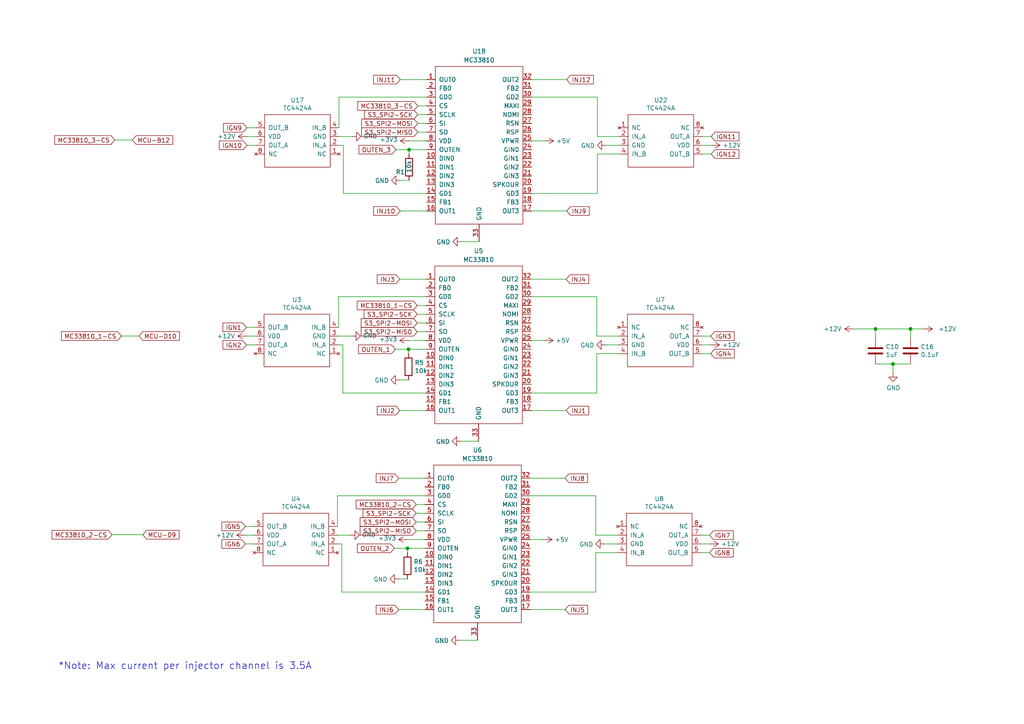
<source format=kicad_sch>
(kicad_sch
	(version 20240101)
	(generator "eeschema")
	(generator_version "8.99")
	(uuid "de6821ef-8258-4a6c-bf3c-f9a6698c97fe")
	(paper "A4")
	(title_block
		(title "OPEN ECU: Ignition & Injection")
		(date "2024-01-30")
		(rev "03-2024")
		(company "WWW.AEONLABS.SCIENCE")
		(comment 1 "Creative Commons non commercial share alike")
		(comment 2 "https://github.com/aeonSolutions/AeonLabs-AI-Volvo-MKII-Open-Hardware")
	)
	(lib_symbols
		(symbol "AeonLabs_Automotive:MC33810"
			(pin_names
				(offset 1.016)
			)
			(exclude_from_sim no)
			(in_bom yes)
			(on_board yes)
			(property "Reference" "U6"
				(at -12.7 41.021 0)
				(effects
					(font
						(size 1.27 1.27)
					)
				)
			)
			(property "Value" "MC33810"
				(at -12.7 38.7096 0)
				(effects
					(font
						(size 1.27 1.27)
					)
				)
			)
			(property "Footprint" "AeonLabs_Automotive:mc33810 SOIC32-P0.65-33N"
				(at -10.16 -11.43 0)
				(effects
					(font
						(size 1.27 1.27)
					)
					(hide yes)
				)
			)
			(property "Datasheet" ""
				(at 0 0 0)
				(effects
					(font
						(size 1.27 1.27)
					)
					(hide yes)
				)
			)
			(property "Description" ""
				(at 0 0 0)
				(effects
					(font
						(size 1.27 1.27)
					)
					(hide yes)
				)
			)
			(property "Manufacturer_Part_Number" "MCZ33810EK"
				(at 0 0 0)
				(effects
					(font
						(size 1.27 1.27)
					)
					(hide yes)
				)
			)
			(property "Manufacturer_Name" "NXP"
				(at 0 0 0)
				(effects
					(font
						(size 1.27 1.27)
					)
					(hide yes)
				)
			)
			(property "URL" "https://au.mouser.com/ProductDetail/NXP-Semiconductors/MCZ33810EK?qs=sGAEpiMZZMvKM5ialpXrmvfCXFdxx390"
				(at 0 0 0)
				(effects
					(font
						(size 1.27 1.27)
					)
					(hide yes)
				)
			)
			(symbol "MC33810_0_0"
				(pin power_in line
					(at -12.7 -13.97 90)
					(length 5.08)
					(name "GND"
						(effects
							(font
								(size 1.27 1.27)
							)
						)
					)
					(number "33"
						(effects
							(font
								(size 1.27 1.27)
							)
						)
					)
				)
			)
			(symbol "MC33810_0_1"
				(rectangle
					(start -25.4 36.83)
					(end 0 -8.89)
					(stroke
						(width 0)
						(type default)
					)
					(fill
						(type none)
					)
				)
			)
			(symbol "MC33810_1_1"
				(pin output line
					(at -27.94 33.02 0)
					(length 2.54)
					(name "OUT0"
						(effects
							(font
								(size 1.27 1.27)
							)
						)
					)
					(number "1"
						(effects
							(font
								(size 1.27 1.27)
							)
						)
					)
				)
				(pin input line
					(at -27.94 10.16 0)
					(length 2.54)
					(name "DIN0"
						(effects
							(font
								(size 1.27 1.27)
							)
						)
					)
					(number "10"
						(effects
							(font
								(size 1.27 1.27)
							)
						)
					)
				)
				(pin input line
					(at -27.94 7.62 0)
					(length 2.54)
					(name "DIN1"
						(effects
							(font
								(size 1.27 1.27)
							)
						)
					)
					(number "11"
						(effects
							(font
								(size 1.27 1.27)
							)
						)
					)
				)
				(pin input line
					(at -27.94 5.08 0)
					(length 2.54)
					(name "DIN2"
						(effects
							(font
								(size 1.27 1.27)
							)
						)
					)
					(number "12"
						(effects
							(font
								(size 1.27 1.27)
							)
						)
					)
				)
				(pin input line
					(at -27.94 2.54 0)
					(length 2.54)
					(name "DIN3"
						(effects
							(font
								(size 1.27 1.27)
							)
						)
					)
					(number "13"
						(effects
							(font
								(size 1.27 1.27)
							)
						)
					)
				)
				(pin output line
					(at -27.94 0 0)
					(length 2.54)
					(name "GD1"
						(effects
							(font
								(size 1.27 1.27)
							)
						)
					)
					(number "14"
						(effects
							(font
								(size 1.27 1.27)
							)
						)
					)
				)
				(pin input line
					(at -27.94 -2.54 0)
					(length 2.54)
					(name "FB1"
						(effects
							(font
								(size 1.27 1.27)
							)
						)
					)
					(number "15"
						(effects
							(font
								(size 1.27 1.27)
							)
						)
					)
				)
				(pin output line
					(at 2.54 0 180)
					(length 2.54)
					(name "GD3"
						(effects
							(font
								(size 1.27 1.27)
							)
						)
					)
					(number "19"
						(effects
							(font
								(size 1.27 1.27)
							)
						)
					)
				)
				(pin output line
					(at 2.54 -5.08 180)
					(length 2.54)
					(name "OUT3"
						(effects
							(font
								(size 1.27 1.27)
							)
						)
					)
					(number "17"
						(effects
							(font
								(size 1.27 1.27)
							)
						)
					)
				)
				(pin input line
					(at 2.54 -2.54 180)
					(length 2.54)
					(name "FB3"
						(effects
							(font
								(size 1.27 1.27)
							)
						)
					)
					(number "18"
						(effects
							(font
								(size 1.27 1.27)
							)
						)
					)
				)
				(pin output line
					(at -27.94 -5.08 0)
					(length 2.54)
					(name "OUT1"
						(effects
							(font
								(size 1.27 1.27)
							)
						)
					)
					(number "16"
						(effects
							(font
								(size 1.27 1.27)
							)
						)
					)
				)
				(pin input line
					(at -27.94 30.48 0)
					(length 2.54)
					(name "FB0"
						(effects
							(font
								(size 1.27 1.27)
							)
						)
					)
					(number "2"
						(effects
							(font
								(size 1.27 1.27)
							)
						)
					)
				)
				(pin output line
					(at 2.54 2.54 180)
					(length 2.54)
					(name "SPKDUR"
						(effects
							(font
								(size 1.27 1.27)
							)
						)
					)
					(number "20"
						(effects
							(font
								(size 1.27 1.27)
							)
						)
					)
				)
				(pin input line
					(at 2.54 5.08 180)
					(length 2.54)
					(name "GIN3"
						(effects
							(font
								(size 1.27 1.27)
							)
						)
					)
					(number "21"
						(effects
							(font
								(size 1.27 1.27)
							)
						)
					)
				)
				(pin input line
					(at 2.54 7.62 180)
					(length 2.54)
					(name "GIN2"
						(effects
							(font
								(size 1.27 1.27)
							)
						)
					)
					(number "22"
						(effects
							(font
								(size 1.27 1.27)
							)
						)
					)
				)
				(pin input line
					(at 2.54 10.16 180)
					(length 2.54)
					(name "GIN1"
						(effects
							(font
								(size 1.27 1.27)
							)
						)
					)
					(number "23"
						(effects
							(font
								(size 1.27 1.27)
							)
						)
					)
				)
				(pin input line
					(at 2.54 12.7 180)
					(length 2.54)
					(name "GIN0"
						(effects
							(font
								(size 1.27 1.27)
							)
						)
					)
					(number "24"
						(effects
							(font
								(size 1.27 1.27)
							)
						)
					)
				)
				(pin power_in line
					(at 2.54 15.24 180)
					(length 2.54)
					(name "VPWR"
						(effects
							(font
								(size 1.27 1.27)
							)
						)
					)
					(number "25"
						(effects
							(font
								(size 1.27 1.27)
							)
						)
					)
				)
				(pin input line
					(at 2.54 17.78 180)
					(length 2.54)
					(name "RSP"
						(effects
							(font
								(size 1.27 1.27)
							)
						)
					)
					(number "26"
						(effects
							(font
								(size 1.27 1.27)
							)
						)
					)
				)
				(pin input line
					(at 2.54 20.32 180)
					(length 2.54)
					(name "RSN"
						(effects
							(font
								(size 1.27 1.27)
							)
						)
					)
					(number "27"
						(effects
							(font
								(size 1.27 1.27)
							)
						)
					)
				)
				(pin output line
					(at 2.54 22.86 180)
					(length 2.54)
					(name "NOMI"
						(effects
							(font
								(size 1.27 1.27)
							)
						)
					)
					(number "28"
						(effects
							(font
								(size 1.27 1.27)
							)
						)
					)
				)
				(pin output line
					(at 2.54 25.4 180)
					(length 2.54)
					(name "MAXI"
						(effects
							(font
								(size 1.27 1.27)
							)
						)
					)
					(number "29"
						(effects
							(font
								(size 1.27 1.27)
							)
						)
					)
				)
				(pin output line
					(at 2.54 27.94 180)
					(length 2.54)
					(name "GD2"
						(effects
							(font
								(size 1.27 1.27)
							)
						)
					)
					(number "30"
						(effects
							(font
								(size 1.27 1.27)
							)
						)
					)
				)
				(pin input line
					(at 2.54 30.48 180)
					(length 2.54)
					(name "FB2"
						(effects
							(font
								(size 1.27 1.27)
							)
						)
					)
					(number "31"
						(effects
							(font
								(size 1.27 1.27)
							)
						)
					)
				)
				(pin output line
					(at 2.54 33.02 180)
					(length 2.54)
					(name "OUT2"
						(effects
							(font
								(size 1.27 1.27)
							)
						)
					)
					(number "32"
						(effects
							(font
								(size 1.27 1.27)
							)
						)
					)
				)
				(pin output line
					(at -27.94 27.94 0)
					(length 2.54)
					(name "GD0"
						(effects
							(font
								(size 1.27 1.27)
							)
						)
					)
					(number "3"
						(effects
							(font
								(size 1.27 1.27)
							)
						)
					)
				)
				(pin input line
					(at -27.94 25.4 0)
					(length 2.54)
					(name "CS"
						(effects
							(font
								(size 1.27 1.27)
							)
						)
					)
					(number "4"
						(effects
							(font
								(size 1.27 1.27)
							)
						)
					)
				)
				(pin input line
					(at -27.94 22.86 0)
					(length 2.54)
					(name "SCLK"
						(effects
							(font
								(size 1.27 1.27)
							)
						)
					)
					(number "5"
						(effects
							(font
								(size 1.27 1.27)
							)
						)
					)
				)
				(pin input line
					(at -27.94 20.32 0)
					(length 2.54)
					(name "SI"
						(effects
							(font
								(size 1.27 1.27)
							)
						)
					)
					(number "6"
						(effects
							(font
								(size 1.27 1.27)
							)
						)
					)
				)
				(pin output line
					(at -27.94 17.78 0)
					(length 2.54)
					(name "SO"
						(effects
							(font
								(size 1.27 1.27)
							)
						)
					)
					(number "7"
						(effects
							(font
								(size 1.27 1.27)
							)
						)
					)
				)
				(pin input line
					(at -27.94 15.24 0)
					(length 2.54)
					(name "VDD"
						(effects
							(font
								(size 1.27 1.27)
							)
						)
					)
					(number "8"
						(effects
							(font
								(size 1.27 1.27)
							)
						)
					)
				)
				(pin input line
					(at -27.94 12.7 0)
					(length 2.54)
					(name "OUTEN"
						(effects
							(font
								(size 1.27 1.27)
							)
						)
					)
					(number "9"
						(effects
							(font
								(size 1.27 1.27)
							)
						)
					)
				)
			)
		)
		(symbol "Device:C"
			(pin_numbers hide)
			(pin_names
				(offset 0.254)
			)
			(exclude_from_sim no)
			(in_bom yes)
			(on_board yes)
			(property "Reference" "C"
				(at 0.635 2.54 0)
				(effects
					(font
						(size 1.27 1.27)
					)
					(justify left)
				)
			)
			(property "Value" "C"
				(at 0.635 -2.54 0)
				(effects
					(font
						(size 1.27 1.27)
					)
					(justify left)
				)
			)
			(property "Footprint" ""
				(at 0.9652 -3.81 0)
				(effects
					(font
						(size 1.27 1.27)
					)
					(hide yes)
				)
			)
			(property "Datasheet" "~"
				(at 0 0 0)
				(effects
					(font
						(size 1.27 1.27)
					)
					(hide yes)
				)
			)
			(property "Description" "Unpolarized capacitor"
				(at 0 0 0)
				(effects
					(font
						(size 1.27 1.27)
					)
					(hide yes)
				)
			)
			(property "ki_keywords" "cap capacitor"
				(at 0 0 0)
				(effects
					(font
						(size 1.27 1.27)
					)
					(hide yes)
				)
			)
			(property "ki_fp_filters" "C_*"
				(at 0 0 0)
				(effects
					(font
						(size 1.27 1.27)
					)
					(hide yes)
				)
			)
			(symbol "C_0_1"
				(polyline
					(pts
						(xy -2.032 -0.762) (xy 2.032 -0.762)
					)
					(stroke
						(width 0.508)
						(type default)
					)
					(fill
						(type none)
					)
				)
				(polyline
					(pts
						(xy -2.032 0.762) (xy 2.032 0.762)
					)
					(stroke
						(width 0.508)
						(type default)
					)
					(fill
						(type none)
					)
				)
			)
			(symbol "C_1_1"
				(pin passive line
					(at 0 3.81 270)
					(length 2.794)
					(name "~"
						(effects
							(font
								(size 1.27 1.27)
							)
						)
					)
					(number "1"
						(effects
							(font
								(size 1.27 1.27)
							)
						)
					)
				)
				(pin passive line
					(at 0 -3.81 90)
					(length 2.794)
					(name "~"
						(effects
							(font
								(size 1.27 1.27)
							)
						)
					)
					(number "2"
						(effects
							(font
								(size 1.27 1.27)
							)
						)
					)
				)
			)
		)
		(symbol "Device:R"
			(pin_numbers hide)
			(pin_names
				(offset 0)
			)
			(exclude_from_sim no)
			(in_bom yes)
			(on_board yes)
			(property "Reference" "R"
				(at 2.032 0 90)
				(effects
					(font
						(size 1.27 1.27)
					)
				)
			)
			(property "Value" "R"
				(at 0 0 90)
				(effects
					(font
						(size 1.27 1.27)
					)
				)
			)
			(property "Footprint" ""
				(at -1.778 0 90)
				(effects
					(font
						(size 1.27 1.27)
					)
					(hide yes)
				)
			)
			(property "Datasheet" "~"
				(at 0 0 0)
				(effects
					(font
						(size 1.27 1.27)
					)
					(hide yes)
				)
			)
			(property "Description" "Resistor"
				(at 0 0 0)
				(effects
					(font
						(size 1.27 1.27)
					)
					(hide yes)
				)
			)
			(property "ki_keywords" "R res resistor"
				(at 0 0 0)
				(effects
					(font
						(size 1.27 1.27)
					)
					(hide yes)
				)
			)
			(property "ki_fp_filters" "R_*"
				(at 0 0 0)
				(effects
					(font
						(size 1.27 1.27)
					)
					(hide yes)
				)
			)
			(symbol "R_0_1"
				(rectangle
					(start -1.016 -2.54)
					(end 1.016 2.54)
					(stroke
						(width 0.254)
						(type default)
					)
					(fill
						(type none)
					)
				)
			)
			(symbol "R_1_1"
				(pin passive line
					(at 0 3.81 270)
					(length 1.27)
					(name "~"
						(effects
							(font
								(size 1.27 1.27)
							)
						)
					)
					(number "1"
						(effects
							(font
								(size 1.27 1.27)
							)
						)
					)
				)
				(pin passive line
					(at 0 -3.81 90)
					(length 1.27)
					(name "~"
						(effects
							(font
								(size 1.27 1.27)
							)
						)
					)
					(number "2"
						(effects
							(font
								(size 1.27 1.27)
							)
						)
					)
				)
			)
		)
		(symbol "IC_Automotive:TC4424A"
			(pin_names
				(offset 1.016)
			)
			(exclude_from_sim no)
			(in_bom yes)
			(on_board yes)
			(property "Reference" "U"
				(at -7.62 38.1 0)
				(effects
					(font
						(size 1.27 1.27)
					)
				)
			)
			(property "Value" "TC4424A"
				(at -15.24 38.1 0)
				(effects
					(font
						(size 1.27 1.27)
					)
				)
			)
			(property "Footprint" "Package_SO:SOIC-8_3.9x4.9mm_P1.27mm"
				(at -10.16 -11.43 0)
				(effects
					(font
						(size 1.27 1.27)
					)
					(hide yes)
				)
			)
			(property "Datasheet" ""
				(at 0 0 0)
				(effects
					(font
						(size 1.27 1.27)
					)
					(hide yes)
				)
			)
			(property "Description" ""
				(at 0 0 0)
				(effects
					(font
						(size 1.27 1.27)
					)
					(hide yes)
				)
			)
			(symbol "TC4424A_0_1"
				(rectangle
					(start -25.4 36.83)
					(end -6.35 21.59)
					(stroke
						(width 0)
						(type default)
					)
					(fill
						(type none)
					)
				)
			)
			(symbol "TC4424A_1_1"
				(pin no_connect line
					(at -27.94 33.02 0)
					(length 2.54)
					(name "NC"
						(effects
							(font
								(size 1.27 1.27)
							)
						)
					)
					(number "1"
						(effects
							(font
								(size 1.27 1.27)
							)
						)
					)
				)
				(pin input line
					(at -27.94 30.48 0)
					(length 2.54)
					(name "IN_A"
						(effects
							(font
								(size 1.27 1.27)
							)
						)
					)
					(number "2"
						(effects
							(font
								(size 1.27 1.27)
							)
						)
					)
				)
				(pin power_in line
					(at -27.94 27.94 0)
					(length 2.54)
					(name "GND"
						(effects
							(font
								(size 1.27 1.27)
							)
						)
					)
					(number "3"
						(effects
							(font
								(size 1.27 1.27)
							)
						)
					)
				)
				(pin input line
					(at -27.94 25.4 0)
					(length 2.54)
					(name "IN_B"
						(effects
							(font
								(size 1.27 1.27)
							)
						)
					)
					(number "4"
						(effects
							(font
								(size 1.27 1.27)
							)
						)
					)
				)
				(pin input line
					(at -3.81 25.4 180)
					(length 2.54)
					(name "OUT_B"
						(effects
							(font
								(size 1.27 1.27)
							)
						)
					)
					(number "5"
						(effects
							(font
								(size 1.27 1.27)
							)
						)
					)
				)
				(pin power_in line
					(at -3.81 27.94 180)
					(length 2.54)
					(name "VDD"
						(effects
							(font
								(size 1.27 1.27)
							)
						)
					)
					(number "6"
						(effects
							(font
								(size 1.27 1.27)
							)
						)
					)
				)
				(pin output line
					(at -3.81 30.48 180)
					(length 2.54)
					(name "OUT_A"
						(effects
							(font
								(size 1.27 1.27)
							)
						)
					)
					(number "7"
						(effects
							(font
								(size 1.27 1.27)
							)
						)
					)
				)
				(pin no_connect line
					(at -3.81 33.02 180)
					(length 2.54)
					(name "NC"
						(effects
							(font
								(size 1.27 1.27)
							)
						)
					)
					(number "8"
						(effects
							(font
								(size 1.27 1.27)
							)
						)
					)
				)
			)
		)
		(symbol "power:+12V"
			(power)
			(pin_names
				(offset 0)
			)
			(exclude_from_sim no)
			(in_bom yes)
			(on_board yes)
			(property "Reference" "#PWR"
				(at 0 -3.81 0)
				(effects
					(font
						(size 1.27 1.27)
					)
					(hide yes)
				)
			)
			(property "Value" "+12V"
				(at 0 3.556 0)
				(effects
					(font
						(size 1.27 1.27)
					)
				)
			)
			(property "Footprint" ""
				(at 0 0 0)
				(effects
					(font
						(size 1.27 1.27)
					)
					(hide yes)
				)
			)
			(property "Datasheet" ""
				(at 0 0 0)
				(effects
					(font
						(size 1.27 1.27)
					)
					(hide yes)
				)
			)
			(property "Description" "Power symbol creates a global label with name \"+12V\""
				(at 0 0 0)
				(effects
					(font
						(size 1.27 1.27)
					)
					(hide yes)
				)
			)
			(property "ki_keywords" "global power"
				(at 0 0 0)
				(effects
					(font
						(size 1.27 1.27)
					)
					(hide yes)
				)
			)
			(symbol "+12V_0_1"
				(polyline
					(pts
						(xy -0.762 1.27) (xy 0 2.54)
					)
					(stroke
						(width 0)
						(type default)
					)
					(fill
						(type none)
					)
				)
				(polyline
					(pts
						(xy 0 0) (xy 0 2.54)
					)
					(stroke
						(width 0)
						(type default)
					)
					(fill
						(type none)
					)
				)
				(polyline
					(pts
						(xy 0 2.54) (xy 0.762 1.27)
					)
					(stroke
						(width 0)
						(type default)
					)
					(fill
						(type none)
					)
				)
			)
			(symbol "+12V_1_1"
				(pin power_in line
					(at 0 0 90)
					(length 0) hide
					(name "+12V"
						(effects
							(font
								(size 1.27 1.27)
							)
						)
					)
					(number "1"
						(effects
							(font
								(size 1.27 1.27)
							)
						)
					)
				)
			)
		)
		(symbol "power:+3V3"
			(power)
			(pin_names
				(offset 0)
			)
			(exclude_from_sim no)
			(in_bom yes)
			(on_board yes)
			(property "Reference" "#PWR"
				(at 0 -3.81 0)
				(effects
					(font
						(size 1.27 1.27)
					)
					(hide yes)
				)
			)
			(property "Value" "+3V3"
				(at 0 3.556 0)
				(effects
					(font
						(size 1.27 1.27)
					)
				)
			)
			(property "Footprint" ""
				(at 0 0 0)
				(effects
					(font
						(size 1.27 1.27)
					)
					(hide yes)
				)
			)
			(property "Datasheet" ""
				(at 0 0 0)
				(effects
					(font
						(size 1.27 1.27)
					)
					(hide yes)
				)
			)
			(property "Description" "Power symbol creates a global label with name \"+3V3\""
				(at 0 0 0)
				(effects
					(font
						(size 1.27 1.27)
					)
					(hide yes)
				)
			)
			(property "ki_keywords" "power-flag"
				(at 0 0 0)
				(effects
					(font
						(size 1.27 1.27)
					)
					(hide yes)
				)
			)
			(symbol "+3V3_0_1"
				(polyline
					(pts
						(xy -0.762 1.27) (xy 0 2.54)
					)
					(stroke
						(width 0)
						(type default)
					)
					(fill
						(type none)
					)
				)
				(polyline
					(pts
						(xy 0 0) (xy 0 2.54)
					)
					(stroke
						(width 0)
						(type default)
					)
					(fill
						(type none)
					)
				)
				(polyline
					(pts
						(xy 0 2.54) (xy 0.762 1.27)
					)
					(stroke
						(width 0)
						(type default)
					)
					(fill
						(type none)
					)
				)
			)
			(symbol "+3V3_1_1"
				(pin power_in line
					(at 0 0 90)
					(length 0) hide
					(name "+3V3"
						(effects
							(font
								(size 1.27 1.27)
							)
						)
					)
					(number "1"
						(effects
							(font
								(size 1.27 1.27)
							)
						)
					)
				)
			)
		)
		(symbol "power:+5V"
			(power)
			(pin_names
				(offset 0)
			)
			(exclude_from_sim no)
			(in_bom yes)
			(on_board yes)
			(property "Reference" "#PWR"
				(at 0 -3.81 0)
				(effects
					(font
						(size 1.27 1.27)
					)
					(hide yes)
				)
			)
			(property "Value" "+5V"
				(at 0 3.556 0)
				(effects
					(font
						(size 1.27 1.27)
					)
				)
			)
			(property "Footprint" ""
				(at 0 0 0)
				(effects
					(font
						(size 1.27 1.27)
					)
					(hide yes)
				)
			)
			(property "Datasheet" ""
				(at 0 0 0)
				(effects
					(font
						(size 1.27 1.27)
					)
					(hide yes)
				)
			)
			(property "Description" "Power symbol creates a global label with name \"+5V\""
				(at 0 0 0)
				(effects
					(font
						(size 1.27 1.27)
					)
					(hide yes)
				)
			)
			(property "ki_keywords" "global power"
				(at 0 0 0)
				(effects
					(font
						(size 1.27 1.27)
					)
					(hide yes)
				)
			)
			(symbol "+5V_0_1"
				(polyline
					(pts
						(xy -0.762 1.27) (xy 0 2.54)
					)
					(stroke
						(width 0)
						(type default)
					)
					(fill
						(type none)
					)
				)
				(polyline
					(pts
						(xy 0 0) (xy 0 2.54)
					)
					(stroke
						(width 0)
						(type default)
					)
					(fill
						(type none)
					)
				)
				(polyline
					(pts
						(xy 0 2.54) (xy 0.762 1.27)
					)
					(stroke
						(width 0)
						(type default)
					)
					(fill
						(type none)
					)
				)
			)
			(symbol "+5V_1_1"
				(pin power_in line
					(at 0 0 90)
					(length 0) hide
					(name "+5V"
						(effects
							(font
								(size 1.27 1.27)
							)
						)
					)
					(number "1"
						(effects
							(font
								(size 1.27 1.27)
							)
						)
					)
				)
			)
		)
		(symbol "power:GND"
			(power)
			(pin_names
				(offset 0)
			)
			(exclude_from_sim no)
			(in_bom yes)
			(on_board yes)
			(property "Reference" "#PWR"
				(at 0 -6.35 0)
				(effects
					(font
						(size 1.27 1.27)
					)
					(hide yes)
				)
			)
			(property "Value" "GND"
				(at 0 -3.81 0)
				(effects
					(font
						(size 1.27 1.27)
					)
				)
			)
			(property "Footprint" ""
				(at 0 0 0)
				(effects
					(font
						(size 1.27 1.27)
					)
					(hide yes)
				)
			)
			(property "Datasheet" ""
				(at 0 0 0)
				(effects
					(font
						(size 1.27 1.27)
					)
					(hide yes)
				)
			)
			(property "Description" "Power symbol creates a global label with name \"GND\" , ground"
				(at 0 0 0)
				(effects
					(font
						(size 1.27 1.27)
					)
					(hide yes)
				)
			)
			(property "ki_keywords" "power-flag"
				(at 0 0 0)
				(effects
					(font
						(size 1.27 1.27)
					)
					(hide yes)
				)
			)
			(symbol "GND_0_1"
				(polyline
					(pts
						(xy 0 0) (xy 0 -1.27) (xy 1.27 -1.27) (xy 0 -2.54) (xy -1.27 -1.27) (xy 0 -1.27)
					)
					(stroke
						(width 0)
						(type default)
					)
					(fill
						(type none)
					)
				)
			)
			(symbol "GND_1_1"
				(pin power_in line
					(at 0 0 270)
					(length 0) hide
					(name "GND"
						(effects
							(font
								(size 1.27 1.27)
							)
						)
					)
					(number "1"
						(effects
							(font
								(size 1.27 1.27)
							)
						)
					)
				)
			)
		)
	)
	(junction
		(at 253.9238 95.4024)
		(diameter 0)
		(color 0 0 0 0)
		(uuid "0aa5d187-cd1b-434e-ac04-a4239ff779f5")
	)
	(junction
		(at 259.0038 105.5624)
		(diameter 0)
		(color 0 0 0 0)
		(uuid "83d87f61-1f49-4ebf-9b72-0d35038e0022")
	)
	(junction
		(at 264.0838 95.4024)
		(diameter 0)
		(color 0 0 0 0)
		(uuid "855ed567-09e1-4ac3-90b0-f7e25f211a13")
	)
	(junction
		(at 118.491 101.2952)
		(diameter 0)
		(color 0 0 0 0)
		(uuid "9a07ff57-f530-439d-995f-addf46a76d84")
	)
	(junction
		(at 118.6434 43.4086)
		(diameter 0)
		(color 0 0 0 0)
		(uuid "d0590abe-0fc6-4ebc-9685-3fc37e537d59")
	)
	(junction
		(at 118.1862 159.0294)
		(diameter 0)
		(color 0 0 0 0)
		(uuid "f71d9b50-8d4b-4b4f-b5f9-02538aa39cb9")
	)
	(wire
		(pts
			(xy 71.6534 37.0586) (xy 74.1934 37.0586)
		)
		(stroke
			(width 0)
			(type default)
		)
		(uuid "034b7e87-81e5-49a8-93d6-2383e060106b")
	)
	(wire
		(pts
			(xy 173.101 97.4852) (xy 173.101 86.0552)
		)
		(stroke
			(width 0)
			(type default)
		)
		(uuid "0382d676-2b50-459b-baff-c8b03316e008")
	)
	(wire
		(pts
			(xy 203.581 97.4852) (xy 206.121 97.4852)
		)
		(stroke
			(width 0)
			(type default)
		)
		(uuid "062bfe21-50bc-4c32-bf88-2a9a625d664f")
	)
	(wire
		(pts
			(xy 115.6462 176.8094) (xy 123.2662 176.8094)
		)
		(stroke
			(width 0)
			(type default)
		)
		(uuid "07c22c49-ddb0-4786-af01-f2fa46bfeab4")
	)
	(wire
		(pts
			(xy 121.1834 35.7886) (xy 123.7234 35.7886)
		)
		(stroke
			(width 0)
			(type default)
		)
		(uuid "09c3e657-ddc8-443a-8b7e-b8440af2f766")
	)
	(wire
		(pts
			(xy 118.6434 40.8686) (xy 123.7234 40.8686)
		)
		(stroke
			(width 0)
			(type default)
		)
		(uuid "0a75d812-f93e-4375-bb30-5cad439a5089")
	)
	(wire
		(pts
			(xy 203.7334 39.5986) (xy 206.2734 39.5986)
		)
		(stroke
			(width 0)
			(type default)
		)
		(uuid "0acb14d0-6844-43b7-b0c4-0a6cb7e2fcc5")
	)
	(wire
		(pts
			(xy 203.7334 44.6786) (xy 206.2734 44.6786)
		)
		(stroke
			(width 0)
			(type default)
		)
		(uuid "0b8ea06d-d282-4c07-bd00-f8a94d48d1b7")
	)
	(wire
		(pts
			(xy 206.2734 42.1386) (xy 203.7334 42.1386)
		)
		(stroke
			(width 0)
			(type default)
		)
		(uuid "0bd26d76-cab5-495b-b7fd-765f14bcbfe4")
	)
	(wire
		(pts
			(xy 99.441 113.9952) (xy 123.571 113.9952)
		)
		(stroke
			(width 0)
			(type default)
		)
		(uuid "0ff71ef1-ae64-43be-b6a2-9738b38e7cbe")
	)
	(wire
		(pts
			(xy 133.8834 70.0786) (xy 138.9634 70.0786)
		)
		(stroke
			(width 0)
			(type default)
		)
		(uuid "1050f3c8-18f4-4751-ac18-7692628d89fa")
	)
	(wire
		(pts
			(xy 99.1362 171.7294) (xy 123.2662 171.7294)
		)
		(stroke
			(width 0)
			(type default)
		)
		(uuid "137920d5-1813-4723-8f10-b19944f96332")
	)
	(wire
		(pts
			(xy 154.2034 23.0886) (xy 164.3634 23.0886)
		)
		(stroke
			(width 0)
			(type default)
		)
		(uuid "14dd3152-7086-413b-993c-c4acc6c3828e")
	)
	(wire
		(pts
			(xy 41.402 155.0924) (xy 32.512 155.0924)
		)
		(stroke
			(width 0)
			(type default)
		)
		(uuid "18824509-dd9a-4fc2-8c0e-e217ed58e26e")
	)
	(wire
		(pts
			(xy 120.7262 148.8694) (xy 123.2662 148.8694)
		)
		(stroke
			(width 0)
			(type default)
		)
		(uuid "1f47b111-a6b9-4cae-a1b2-f78b83253616")
	)
	(wire
		(pts
			(xy 116.1034 23.0886) (xy 123.7234 23.0886)
		)
		(stroke
			(width 0)
			(type default)
		)
		(uuid "1f8e42d7-68d0-4e2d-9971-b8e2ef8e3917")
	)
	(wire
		(pts
			(xy 158.0134 40.8686) (xy 154.2034 40.8686)
		)
		(stroke
			(width 0)
			(type default)
		)
		(uuid "216590a9-dad2-4f1f-a1ed-947da94edbdd")
	)
	(wire
		(pts
			(xy 114.681 101.2952) (xy 118.491 101.2952)
		)
		(stroke
			(width 0)
			(type default)
		)
		(uuid "23d837ba-dc5e-411c-9f2a-aada12ded467")
	)
	(wire
		(pts
			(xy 179.451 97.4852) (xy 173.101 97.4852)
		)
		(stroke
			(width 0)
			(type default)
		)
		(uuid "27d1d3b1-cb9d-4a07-9bd3-db466d34bdf7")
	)
	(wire
		(pts
			(xy 116.1034 52.2986) (xy 118.6434 52.2986)
		)
		(stroke
			(width 0)
			(type default)
		)
		(uuid "2edb5c66-2c3e-4315-af8d-46071863e75b")
	)
	(wire
		(pts
			(xy 120.7262 146.3294) (xy 123.2662 146.3294)
		)
		(stroke
			(width 0)
			(type default)
		)
		(uuid "2fe11c03-4335-4872-8a21-be0e2fcbe42a")
	)
	(wire
		(pts
			(xy 118.6434 44.6786) (xy 118.6434 43.4086)
		)
		(stroke
			(width 0)
			(type default)
		)
		(uuid "3366780e-1af5-480f-890b-230163076623")
	)
	(wire
		(pts
			(xy 123.7234 28.1686) (xy 98.3234 28.1686)
		)
		(stroke
			(width 0)
			(type default)
		)
		(uuid "33deed34-b310-403c-bcbe-829e89859056")
	)
	(wire
		(pts
			(xy 154.2034 61.1886) (xy 164.3634 61.1886)
		)
		(stroke
			(width 0)
			(type default)
		)
		(uuid "357eac6d-079e-4204-80e1-ee23f15c63a8")
	)
	(wire
		(pts
			(xy 172.7962 155.2194) (xy 172.7962 143.7894)
		)
		(stroke
			(width 0)
			(type default)
		)
		(uuid "35e5b680-2b79-441e-829b-39607386ce10")
	)
	(wire
		(pts
			(xy 173.101 86.0552) (xy 154.051 86.0552)
		)
		(stroke
			(width 0)
			(type default)
		)
		(uuid "38347f33-db21-46ea-8258-e3899bdd7af0")
	)
	(wire
		(pts
			(xy 173.2534 44.6786) (xy 173.2534 56.1086)
		)
		(stroke
			(width 0)
			(type default)
		)
		(uuid "393b92ea-0a9b-4ce6-9904-46ba479d9f68")
	)
	(wire
		(pts
			(xy 98.171 86.0552) (xy 98.171 94.9452)
		)
		(stroke
			(width 0)
			(type default)
		)
		(uuid "3b9a8e62-fda6-4a6f-99cf-a8e5b8b2f15f")
	)
	(wire
		(pts
			(xy 101.981 97.4852) (xy 98.171 97.4852)
		)
		(stroke
			(width 0)
			(type default)
		)
		(uuid "3d870d28-e03c-416e-8f71-efd0ebcb3cf2")
	)
	(wire
		(pts
			(xy 157.861 98.7552) (xy 154.051 98.7552)
		)
		(stroke
			(width 0)
			(type default)
		)
		(uuid "422a914e-8b99-4ff0-8ddf-1d6a3d23d7a7")
	)
	(wire
		(pts
			(xy 118.6434 43.4086) (xy 123.7234 43.4086)
		)
		(stroke
			(width 0)
			(type default)
		)
		(uuid "46151dc3-3649-4437-abff-91f2958c2a44")
	)
	(wire
		(pts
			(xy 71.6534 39.5986) (xy 74.1934 39.5986)
		)
		(stroke
			(width 0)
			(type default)
		)
		(uuid "47804180-30bb-4873-b3f3-7b0f6ad4a8e2")
	)
	(wire
		(pts
			(xy 157.5562 156.4894) (xy 153.7462 156.4894)
		)
		(stroke
			(width 0)
			(type default)
		)
		(uuid "4abe7c7b-24cc-41e9-b296-fdeac624ad3c")
	)
	(wire
		(pts
			(xy 179.1462 160.2994) (xy 172.7962 160.2994)
		)
		(stroke
			(width 0)
			(type default)
		)
		(uuid "4d70a61d-1af9-4258-a491-00672cec40d5")
	)
	(wire
		(pts
			(xy 71.1962 152.6794) (xy 73.7362 152.6794)
		)
		(stroke
			(width 0)
			(type default)
		)
		(uuid "51b4e0f1-48b2-4ac7-8975-7b22d50c0706")
	)
	(wire
		(pts
			(xy 101.6762 155.2194) (xy 97.8662 155.2194)
		)
		(stroke
			(width 0)
			(type default)
		)
		(uuid "53657ecb-eb18-424c-957c-7a8a38b84780")
	)
	(wire
		(pts
			(xy 175.641 100.0252) (xy 179.451 100.0252)
		)
		(stroke
			(width 0)
			(type default)
		)
		(uuid "55fc6c6e-a0a8-443c-9fc1-0029d2c25715")
	)
	(wire
		(pts
			(xy 264.0838 105.5624) (xy 259.0038 105.5624)
		)
		(stroke
			(width 0)
			(type default)
		)
		(uuid "583090cd-1918-4408-aee0-1b204613cfe4")
	)
	(wire
		(pts
			(xy 179.1462 155.2194) (xy 172.7962 155.2194)
		)
		(stroke
			(width 0)
			(type default)
		)
		(uuid "5ac988bf-7426-4f94-bc1d-c2086d3b7b97")
	)
	(wire
		(pts
			(xy 172.7962 143.7894) (xy 153.7462 143.7894)
		)
		(stroke
			(width 0)
			(type default)
		)
		(uuid "5f8faae4-ef37-4fd2-bda1-cf2eb8cb91b1")
	)
	(wire
		(pts
			(xy 154.051 80.9752) (xy 164.211 80.9752)
		)
		(stroke
			(width 0)
			(type default)
		)
		(uuid "61980f91-e665-4dcd-b52a-0c0969801338")
	)
	(wire
		(pts
			(xy 102.1334 39.5986) (xy 98.3234 39.5986)
		)
		(stroke
			(width 0)
			(type default)
		)
		(uuid "6460979e-ac72-402a-a294-e806b7a16619")
	)
	(wire
		(pts
			(xy 35.2298 97.4598) (xy 40.3098 97.4598)
		)
		(stroke
			(width 0)
			(type default)
		)
		(uuid "67891183-5599-4c09-ba92-73980c152afe")
	)
	(wire
		(pts
			(xy 120.7262 151.4094) (xy 123.2662 151.4094)
		)
		(stroke
			(width 0)
			(type default)
		)
		(uuid "68fc3e81-6550-470a-a28e-402e5fd6ffa7")
	)
	(wire
		(pts
			(xy 173.101 113.9952) (xy 154.051 113.9952)
		)
		(stroke
			(width 0)
			(type default)
		)
		(uuid "6a132351-5f66-4d92-b138-f9552322316f")
	)
	(wire
		(pts
			(xy 153.7462 176.8094) (xy 163.9062 176.8094)
		)
		(stroke
			(width 0)
			(type default)
		)
		(uuid "6ba81f5c-b31b-47f8-a9a3-5f6079f5e5ce")
	)
	(wire
		(pts
			(xy 118.1862 159.0294) (xy 123.2662 159.0294)
		)
		(stroke
			(width 0)
			(type default)
		)
		(uuid "6fa6a77c-bf93-4738-9c5e-49cf50118ae0")
	)
	(wire
		(pts
			(xy 253.9238 97.9424) (xy 253.9238 95.4024)
		)
		(stroke
			(width 0)
			(type default)
		)
		(uuid "7054d370-b592-4b76-9916-601c7db6771a")
	)
	(wire
		(pts
			(xy 123.571 86.0552) (xy 98.171 86.0552)
		)
		(stroke
			(width 0)
			(type default)
		)
		(uuid "71b376bb-bbdf-45c4-a840-006107c9c251")
	)
	(wire
		(pts
			(xy 121.1834 30.7086) (xy 123.7234 30.7086)
		)
		(stroke
			(width 0)
			(type default)
		)
		(uuid "7214279c-0a47-4745-89c6-dd236bb617ba")
	)
	(wire
		(pts
			(xy 179.6034 39.5986) (xy 173.2534 39.5986)
		)
		(stroke
			(width 0)
			(type default)
		)
		(uuid "749ee181-c47a-4ea0-a9b4-14c76e38cb0f")
	)
	(wire
		(pts
			(xy 71.501 100.0252) (xy 74.041 100.0252)
		)
		(stroke
			(width 0)
			(type default)
		)
		(uuid "781317a1-93cd-4fe7-ab34-c482ef165d31")
	)
	(wire
		(pts
			(xy 267.8938 95.4024) (xy 264.0838 95.4024)
		)
		(stroke
			(width 0)
			(type default)
		)
		(uuid "79e0093e-0c48-45d1-8201-d8c495955e44")
	)
	(wire
		(pts
			(xy 172.7962 160.2994) (xy 172.7962 171.7294)
		)
		(stroke
			(width 0)
			(type default)
		)
		(uuid "7ae865ae-b81c-4abc-9869-19c0005c400c")
	)
	(wire
		(pts
			(xy 99.5934 56.1086) (xy 123.7234 56.1086)
		)
		(stroke
			(width 0)
			(type default)
		)
		(uuid "7bf2e24e-59de-466a-a747-667f30e473eb")
	)
	(wire
		(pts
			(xy 114.8334 43.4086) (xy 118.6434 43.4086)
		)
		(stroke
			(width 0)
			(type default)
		)
		(uuid "7bf74bcd-8a3b-4bbc-9730-7a870db54f7f")
	)
	(wire
		(pts
			(xy 71.501 97.4852) (xy 74.041 97.4852)
		)
		(stroke
			(width 0)
			(type default)
		)
		(uuid "7f9ff757-5a51-4d3a-8637-c645f8fdbc63")
	)
	(wire
		(pts
			(xy 121.1834 38.3286) (xy 123.7234 38.3286)
		)
		(stroke
			(width 0)
			(type default)
		)
		(uuid "81d9a1f4-b26c-4c39-b17b-06b7d0938a39")
	)
	(wire
		(pts
			(xy 264.0838 95.4024) (xy 253.9238 95.4024)
		)
		(stroke
			(width 0)
			(type default)
		)
		(uuid "84cf4453-2e8f-4291-a518-c15e255d2112")
	)
	(wire
		(pts
			(xy 206.121 100.0252) (xy 203.581 100.0252)
		)
		(stroke
			(width 0)
			(type default)
		)
		(uuid "86ab8c43-2d83-4c49-9d71-42e57926dbe2")
	)
	(wire
		(pts
			(xy 121.031 96.2152) (xy 123.571 96.2152)
		)
		(stroke
			(width 0)
			(type default)
		)
		(uuid "8736e9c8-b62b-4fa4-ae8a-96b65253d2f1")
	)
	(wire
		(pts
			(xy 153.7462 138.7094) (xy 163.9062 138.7094)
		)
		(stroke
			(width 0)
			(type default)
		)
		(uuid "88bce3f0-fec4-4318-8036-0e61ff58826c")
	)
	(wire
		(pts
			(xy 118.491 101.2952) (xy 123.571 101.2952)
		)
		(stroke
			(width 0)
			(type default)
		)
		(uuid "925aa975-acb4-40c2-9c04-99557189f722")
	)
	(wire
		(pts
			(xy 203.2762 155.2194) (xy 205.8162 155.2194)
		)
		(stroke
			(width 0)
			(type default)
		)
		(uuid "956e06cf-62a1-4b5a-aeb3-e6f655164f74")
	)
	(wire
		(pts
			(xy 97.8662 157.7594) (xy 99.1362 157.7594)
		)
		(stroke
			(width 0)
			(type default)
		)
		(uuid "986a9ddd-4455-435e-8d56-665102d58092")
	)
	(wire
		(pts
			(xy 259.0038 108.1024) (xy 259.0038 105.5624)
		)
		(stroke
			(width 0)
			(type default)
		)
		(uuid "9c497e2c-fb11-4a31-9789-3f114eb5df67")
	)
	(wire
		(pts
			(xy 118.1862 160.2994) (xy 118.1862 159.0294)
		)
		(stroke
			(width 0)
			(type default)
		)
		(uuid "9eb65f38-749a-4f1c-ab54-5a72dbfee0c6")
	)
	(wire
		(pts
			(xy 173.2534 56.1086) (xy 154.2034 56.1086)
		)
		(stroke
			(width 0)
			(type default)
		)
		(uuid "a0781afa-2405-4c24-bab6-6a9a499fd7dd")
	)
	(wire
		(pts
			(xy 173.2534 39.5986) (xy 173.2534 28.1686)
		)
		(stroke
			(width 0)
			(type default)
		)
		(uuid "a0c3b309-7857-4667-a986-b45f7b86dd89")
	)
	(wire
		(pts
			(xy 179.451 102.5652) (xy 173.101 102.5652)
		)
		(stroke
			(width 0)
			(type default)
		)
		(uuid "a12f7b62-7be9-4aa3-a85b-c8cb27e5bf49")
	)
	(wire
		(pts
			(xy 116.1034 61.1886) (xy 123.7234 61.1886)
		)
		(stroke
			(width 0)
			(type default)
		)
		(uuid "a9990d8d-0299-4e3d-94ae-7159bcc329f8")
	)
	(wire
		(pts
			(xy 121.031 93.6752) (xy 123.571 93.6752)
		)
		(stroke
			(width 0)
			(type default)
		)
		(uuid "aa2b8f2b-944b-4173-a46a-0eb096c15b4f")
	)
	(wire
		(pts
			(xy 115.6462 167.9194) (xy 118.1862 167.9194)
		)
		(stroke
			(width 0)
			(type default)
		)
		(uuid "aa4bcd04-dc36-4228-96e6-94c1031c6933")
	)
	(wire
		(pts
			(xy 98.3234 28.1686) (xy 98.3234 37.0586)
		)
		(stroke
			(width 0)
			(type default)
		)
		(uuid "ae808867-dd66-4d79-8a37-5598e9bd85aa")
	)
	(wire
		(pts
			(xy 99.1362 157.7594) (xy 99.1362 171.7294)
		)
		(stroke
			(width 0)
			(type default)
		)
		(uuid "af0f123e-c34f-4c2f-93ba-873cf1bbf070")
	)
	(wire
		(pts
			(xy 179.6034 44.6786) (xy 173.2534 44.6786)
		)
		(stroke
			(width 0)
			(type default)
		)
		(uuid "af95808b-0e2a-484c-af0d-8e98f7b58196")
	)
	(wire
		(pts
			(xy 118.491 98.7552) (xy 123.571 98.7552)
		)
		(stroke
			(width 0)
			(type default)
		)
		(uuid "b06e56ca-8204-4746-8dfa-99885562776b")
	)
	(wire
		(pts
			(xy 71.6534 42.1386) (xy 74.1934 42.1386)
		)
		(stroke
			(width 0)
			(type default)
		)
		(uuid "b18cb2ad-545a-4bc3-8728-6d696b1d3875")
	)
	(wire
		(pts
			(xy 203.581 102.5652) (xy 206.121 102.5652)
		)
		(stroke
			(width 0)
			(type default)
		)
		(uuid "b238b697-aa1a-48c1-94dc-f87c7c856aeb")
	)
	(wire
		(pts
			(xy 173.2534 28.1686) (xy 154.2034 28.1686)
		)
		(stroke
			(width 0)
			(type default)
		)
		(uuid "b689298f-d435-4005-9421-397630637b2c")
	)
	(wire
		(pts
			(xy 121.031 91.1352) (xy 123.571 91.1352)
		)
		(stroke
			(width 0)
			(type default)
		)
		(uuid "c17299c3-8f60-4082-9be0-bbabc66e38fd")
	)
	(wire
		(pts
			(xy 33.2994 40.6146) (xy 38.3794 40.6146)
		)
		(stroke
			(width 0)
			(type default)
		)
		(uuid "c2e5eb04-90f9-4610-b652-6465d28e8ec0")
	)
	(wire
		(pts
			(xy 173.101 102.5652) (xy 173.101 113.9952)
		)
		(stroke
			(width 0)
			(type default)
		)
		(uuid "c4587029-7976-42ee-b58c-7caa0906b2a7")
	)
	(wire
		(pts
			(xy 71.1962 157.7594) (xy 73.7362 157.7594)
		)
		(stroke
			(width 0)
			(type default)
		)
		(uuid "c9666a51-56e8-4e1c-a5a2-7388ec0c12a3")
	)
	(wire
		(pts
			(xy 114.3762 159.0294) (xy 118.1862 159.0294)
		)
		(stroke
			(width 0)
			(type default)
		)
		(uuid "c9a98194-44eb-4d5a-adbb-1183204fb91d")
	)
	(wire
		(pts
			(xy 115.951 110.1852) (xy 118.491 110.1852)
		)
		(stroke
			(width 0)
			(type default)
		)
		(uuid "c9ce1a3e-47c7-44d0-b996-b5e1371944d4")
	)
	(wire
		(pts
			(xy 253.9238 95.4024) (xy 247.5738 95.4024)
		)
		(stroke
			(width 0)
			(type default)
		)
		(uuid "cc90fba5-c4b5-4c30-aa34-25f521c17375")
	)
	(wire
		(pts
			(xy 118.1862 156.4894) (xy 123.2662 156.4894)
		)
		(stroke
			(width 0)
			(type default)
		)
		(uuid "cf631920-d354-41ab-a93e-b83d0380f454")
	)
	(wire
		(pts
			(xy 97.8662 143.7894) (xy 97.8662 152.6794)
		)
		(stroke
			(width 0)
			(type default)
		)
		(uuid "d1a56fb5-e335-4f1a-8163-b9b94e9de91e")
	)
	(wire
		(pts
			(xy 120.7262 153.9494) (xy 123.2662 153.9494)
		)
		(stroke
			(width 0)
			(type default)
		)
		(uuid "d26f4dea-9296-4c15-8b70-9dbb87d14c0a")
	)
	(wire
		(pts
			(xy 115.951 119.0752) (xy 123.571 119.0752)
		)
		(stroke
			(width 0)
			(type default)
		)
		(uuid "d2cf6259-1969-4081-84ce-29cf52509b64")
	)
	(wire
		(pts
			(xy 133.731 127.9652) (xy 138.811 127.9652)
		)
		(stroke
			(width 0)
			(type default)
		)
		(uuid "d438f5bb-9755-4b0f-b71a-8f149e19916e")
	)
	(wire
		(pts
			(xy 115.6462 138.7094) (xy 123.2662 138.7094)
		)
		(stroke
			(width 0)
			(type default)
		)
		(uuid "d4d4cfdf-2728-4942-ae18-33d1a4ac7ff7")
	)
	(wire
		(pts
			(xy 99.441 100.0252) (xy 98.171 100.0252)
		)
		(stroke
			(width 0)
			(type default)
		)
		(uuid "d72f7690-5b05-4a6d-ae03-e5d77c1057f7")
	)
	(wire
		(pts
			(xy 203.2762 160.2994) (xy 205.8162 160.2994)
		)
		(stroke
			(width 0)
			(type default)
		)
		(uuid "ddffe3de-ff82-462e-846a-d76b238948c4")
	)
	(wire
		(pts
			(xy 71.1962 155.2194) (xy 73.7362 155.2194)
		)
		(stroke
			(width 0)
			(type default)
		)
		(uuid "df607777-e0aa-430b-91e1-ca5304355939")
	)
	(wire
		(pts
			(xy 99.5934 56.1086) (xy 99.5934 42.1386)
		)
		(stroke
			(width 0)
			(type default)
		)
		(uuid "e02d1901-8756-4d83-9b1f-015840a2183b")
	)
	(wire
		(pts
			(xy 205.8162 157.7594) (xy 203.2762 157.7594)
		)
		(stroke
			(width 0)
			(type default)
		)
		(uuid "e03e61ca-23ea-46be-bad8-66ee27ce7be6")
	)
	(wire
		(pts
			(xy 133.4262 185.6994) (xy 138.5062 185.6994)
		)
		(stroke
			(width 0)
			(type default)
		)
		(uuid "e8d050f3-37eb-408d-9e54-fd52bfb37550")
	)
	(wire
		(pts
			(xy 71.501 94.9452) (xy 74.041 94.9452)
		)
		(stroke
			(width 0)
			(type default)
		)
		(uuid "e946a36e-67b2-419a-ac8a-126b54b7a366")
	)
	(wire
		(pts
			(xy 115.951 80.9752) (xy 123.571 80.9752)
		)
		(stroke
			(width 0)
			(type default)
		)
		(uuid "ed1228e2-d501-44d5-aed3-8e7ceb0701fb")
	)
	(wire
		(pts
			(xy 99.441 113.9952) (xy 99.441 100.0252)
		)
		(stroke
			(width 0)
			(type default)
		)
		(uuid "f0610c5b-b4dd-4dd6-93c5-2f2fae809af6")
	)
	(wire
		(pts
			(xy 154.051 119.0752) (xy 164.211 119.0752)
		)
		(stroke
			(width 0)
			(type default)
		)
		(uuid "f26c481d-d67e-4482-a7d9-6f79748d485a")
	)
	(wire
		(pts
			(xy 172.7962 171.7294) (xy 153.7462 171.7294)
		)
		(stroke
			(width 0)
			(type default)
		)
		(uuid "f3bebbb7-1f61-4510-8531-a0bb39cddf62")
	)
	(wire
		(pts
			(xy 118.491 102.5652) (xy 118.491 101.2952)
		)
		(stroke
			(width 0)
			(type default)
		)
		(uuid "f4b00c54-9ad1-49cc-a893-af751b7bbde3")
	)
	(wire
		(pts
			(xy 175.7934 42.1386) (xy 179.6034 42.1386)
		)
		(stroke
			(width 0)
			(type default)
		)
		(uuid "f4d7989f-e336-4629-ac21-d28b087c3a60")
	)
	(wire
		(pts
			(xy 264.0838 97.9424) (xy 264.0838 95.4024)
		)
		(stroke
			(width 0)
			(type default)
		)
		(uuid "f582a032-2f09-4662-8757-5c8bf0aa1311")
	)
	(wire
		(pts
			(xy 123.2662 143.7894) (xy 97.8662 143.7894)
		)
		(stroke
			(width 0)
			(type default)
		)
		(uuid "f74c1147-0f6c-4852-95d4-43a254720c79")
	)
	(wire
		(pts
			(xy 259.0038 105.5624) (xy 253.9238 105.5624)
		)
		(stroke
			(width 0)
			(type default)
		)
		(uuid "f88362d2-4cb0-4f5f-872f-1848d7137873")
	)
	(wire
		(pts
			(xy 121.1834 33.2486) (xy 123.7234 33.2486)
		)
		(stroke
			(width 0)
			(type default)
		)
		(uuid "f8d9adc7-e32b-4f39-abbf-b19b87bb2561")
	)
	(wire
		(pts
			(xy 99.5934 42.1386) (xy 98.3234 42.1386)
		)
		(stroke
			(width 0)
			(type default)
		)
		(uuid "fa8c7f95-03b9-48b7-8ace-bf2c9b26ba4b")
	)
	(wire
		(pts
			(xy 175.3362 157.7594) (xy 179.1462 157.7594)
		)
		(stroke
			(width 0)
			(type default)
		)
		(uuid "fc21db43-1d7f-4b2d-9bea-fe80258ad93c")
	)
	(wire
		(pts
			(xy 121.031 88.5952) (xy 123.571 88.5952)
		)
		(stroke
			(width 0)
			(type default)
		)
		(uuid "fedde63b-d73d-4d41-ae8c-b9671aa831d8")
	)
	(text "*Note: Max current per injector channel is 3.5A"
		(exclude_from_sim no)
		(at 16.891 194.437 0)
		(effects
			(font
				(size 2.0066 2.0066)
			)
			(justify left bottom)
		)
		(uuid "047aa3bb-6884-4df5-83ed-7ea551b329b1")
	)
	(global_label "S3_SPI2-SCK"
		(shape input)
		(at 120.7262 148.8694 180)
		(fields_autoplaced yes)
		(effects
			(font
				(size 1.27 1.27)
			)
			(justify right)
		)
		(uuid "05b6028e-ddd6-4fae-b0bf-010e082e6d4a")
		(property "Intersheetrefs" "${INTERSHEET_REFS}"
			(at 105.3929 148.8694 0)
			(effects
				(font
					(size 1.27 1.27)
				)
				(justify right)
				(hide yes)
			)
		)
	)
	(global_label "S3_SPI2-MOSI"
		(shape input)
		(at 121.031 93.6752 180)
		(fields_autoplaced yes)
		(effects
			(font
				(size 1.27 1.27)
			)
			(justify right)
		)
		(uuid "0cd13d8c-7c7f-4c00-9191-6a5b65913403")
		(property "Intersheetrefs" "${INTERSHEET_REFS}"
			(at 104.851 93.6752 0)
			(effects
				(font
					(size 1.27 1.27)
				)
				(justify right)
				(hide yes)
			)
		)
	)
	(global_label "IGN2"
		(shape input)
		(at 71.501 100.0252 180)
		(fields_autoplaced yes)
		(effects
			(font
				(size 1.27 1.27)
			)
			(justify right)
		)
		(uuid "1ca6462a-2369-4e8c-8dbd-bb04749e25f4")
		(property "Intersheetrefs" "${INTERSHEET_REFS}"
			(at 64.8346 100.0252 0)
			(effects
				(font
					(size 1.27 1.27)
				)
				(justify right)
				(hide yes)
			)
		)
	)
	(global_label "INJ3"
		(shape input)
		(at 115.951 80.9752 180)
		(fields_autoplaced yes)
		(effects
			(font
				(size 1.27 1.27)
			)
			(justify right)
		)
		(uuid "2150e35f-bddb-46e5-a853-9afc71c0830d")
		(property "Intersheetrefs" "${INTERSHEET_REFS}"
			(at 109.587 80.9752 0)
			(effects
				(font
					(size 1.27 1.27)
				)
				(justify right)
				(hide yes)
			)
		)
	)
	(global_label "S3_SPI2-MISO"
		(shape input)
		(at 121.1834 38.3286 180)
		(fields_autoplaced yes)
		(effects
			(font
				(size 1.27 1.27)
			)
			(justify right)
		)
		(uuid "281f11a0-a2da-4ca7-a90a-2e86752cf82e")
		(property "Intersheetrefs" "${INTERSHEET_REFS}"
			(at 105.0034 38.3286 0)
			(effects
				(font
					(size 1.27 1.27)
				)
				(justify right)
				(hide yes)
			)
		)
	)
	(global_label "IGN4"
		(shape input)
		(at 206.121 102.5652 0)
		(fields_autoplaced yes)
		(effects
			(font
				(size 1.27 1.27)
			)
			(justify left)
		)
		(uuid "2c4cd8f5-49c1-4528-a193-0d34c4c44f2c")
		(property "Intersheetrefs" "${INTERSHEET_REFS}"
			(at 212.7874 102.5652 0)
			(effects
				(font
					(size 1.27 1.27)
				)
				(justify left)
				(hide yes)
			)
		)
	)
	(global_label "INJ7"
		(shape input)
		(at 115.6462 138.7094 180)
		(fields_autoplaced yes)
		(effects
			(font
				(size 1.27 1.27)
			)
			(justify right)
		)
		(uuid "2dac3182-5f0b-4cda-b1db-074e7fa6eda2")
		(property "Intersheetrefs" "${INTERSHEET_REFS}"
			(at 109.2822 138.7094 0)
			(effects
				(font
					(size 1.27 1.27)
				)
				(justify right)
				(hide yes)
			)
		)
	)
	(global_label "S3_SPI2-MISO"
		(shape input)
		(at 120.7262 153.9494 180)
		(fields_autoplaced yes)
		(effects
			(font
				(size 1.27 1.27)
			)
			(justify right)
		)
		(uuid "30bf17ce-c181-4b89-8c5b-8b276a8bfaaa")
		(property "Intersheetrefs" "${INTERSHEET_REFS}"
			(at 104.5462 153.9494 0)
			(effects
				(font
					(size 1.27 1.27)
				)
				(justify right)
				(hide yes)
			)
		)
	)
	(global_label "INJ9"
		(shape input)
		(at 164.3634 61.1886 0)
		(fields_autoplaced yes)
		(effects
			(font
				(size 1.27 1.27)
			)
			(justify left)
		)
		(uuid "321f032f-0011-4559-ab36-e9318599bb25")
		(property "Intersheetrefs" "${INTERSHEET_REFS}"
			(at 170.8068 61.1886 0)
			(effects
				(font
					(size 1.27 1.27)
				)
				(justify left)
				(hide yes)
			)
		)
	)
	(global_label "IGN5"
		(shape input)
		(at 71.1962 152.6794 180)
		(fields_autoplaced yes)
		(effects
			(font
				(size 1.27 1.27)
			)
			(justify right)
		)
		(uuid "35a8d4cc-4bbc-49c6-8023-e7b98daa01b6")
		(property "Intersheetrefs" "${INTERSHEET_REFS}"
			(at 64.5298 152.6794 0)
			(effects
				(font
					(size 1.27 1.27)
				)
				(justify right)
				(hide yes)
			)
		)
	)
	(global_label "IGN6"
		(shape input)
		(at 71.1962 157.7594 180)
		(fields_autoplaced yes)
		(effects
			(font
				(size 1.27 1.27)
			)
			(justify right)
		)
		(uuid "3a219f63-a938-472a-a309-90297373c1b9")
		(property "Intersheetrefs" "${INTERSHEET_REFS}"
			(at 64.5298 157.7594 0)
			(effects
				(font
					(size 1.27 1.27)
				)
				(justify right)
				(hide yes)
			)
		)
	)
	(global_label "S3_SPI2-SCK"
		(shape input)
		(at 121.1834 33.2486 180)
		(fields_autoplaced yes)
		(effects
			(font
				(size 1.27 1.27)
			)
			(justify right)
		)
		(uuid "3bf72174-30dc-4e2a-a94a-3eda49631d35")
		(property "Intersheetrefs" "${INTERSHEET_REFS}"
			(at 105.8501 33.2486 0)
			(effects
				(font
					(size 1.27 1.27)
				)
				(justify right)
				(hide yes)
			)
		)
	)
	(global_label "IGN8"
		(shape input)
		(at 205.8162 160.2994 0)
		(fields_autoplaced yes)
		(effects
			(font
				(size 1.27 1.27)
			)
			(justify left)
		)
		(uuid "3dcbf7e5-a780-40f8-9400-d5022a84b1cf")
		(property "Intersheetrefs" "${INTERSHEET_REFS}"
			(at 212.4826 160.2994 0)
			(effects
				(font
					(size 1.27 1.27)
				)
				(justify left)
				(hide yes)
			)
		)
	)
	(global_label "IGN10"
		(shape input)
		(at 71.6534 42.1386 180)
		(fields_autoplaced yes)
		(effects
			(font
				(size 1.27 1.27)
			)
			(justify right)
		)
		(uuid "4028d88e-49d1-4da1-bad2-cefa50d49535")
		(property "Intersheetrefs" "${INTERSHEET_REFS}"
			(at 63.6981 42.1386 0)
			(effects
				(font
					(size 1.27 1.27)
				)
				(justify right)
				(hide yes)
			)
		)
	)
	(global_label "MC33810_3-CS"
		(shape input)
		(at 121.1834 30.7086 180)
		(fields_autoplaced yes)
		(effects
			(font
				(size 1.27 1.27)
			)
			(justify right)
		)
		(uuid "436e8258-afcd-4400-826b-59883f1caf9b")
		(property "Intersheetrefs" "${INTERSHEET_REFS}"
			(at 103.8545 30.7086 0)
			(effects
				(font
					(size 1.27 1.27)
				)
				(justify right)
				(hide yes)
			)
		)
	)
	(global_label "MCU-D9"
		(shape input)
		(at 41.402 155.0924 0)
		(fields_autoplaced yes)
		(effects
			(font
				(size 1.27 1.27)
			)
			(justify left)
		)
		(uuid "4674aa0b-b56c-454e-a4bf-8ed79c385e5e")
		(property "Intersheetrefs" "${INTERSHEET_REFS}"
			(at 51.7574 155.0924 0)
			(effects
				(font
					(size 1.27 1.27)
				)
				(justify left)
				(hide yes)
			)
		)
	)
	(global_label "INJ8"
		(shape input)
		(at 163.9062 138.7094 0)
		(fields_autoplaced yes)
		(effects
			(font
				(size 1.27 1.27)
			)
			(justify left)
		)
		(uuid "4711452b-5a8f-4586-ac69-40cff1591d5c")
		(property "Intersheetrefs" "${INTERSHEET_REFS}"
			(at 170.2702 138.7094 0)
			(effects
				(font
					(size 1.27 1.27)
				)
				(justify left)
				(hide yes)
			)
		)
	)
	(global_label "S3_SPI2-MISO"
		(shape input)
		(at 121.031 96.2152 180)
		(fields_autoplaced yes)
		(effects
			(font
				(size 1.27 1.27)
			)
			(justify right)
		)
		(uuid "47e225cf-53fb-4dd9-b1df-13a2c6cb8b90")
		(property "Intersheetrefs" "${INTERSHEET_REFS}"
			(at 104.851 96.2152 0)
			(effects
				(font
					(size 1.27 1.27)
				)
				(justify right)
				(hide yes)
			)
		)
	)
	(global_label "MCU-B12"
		(shape input)
		(at 38.3794 40.6146 0)
		(fields_autoplaced yes)
		(effects
			(font
				(size 1.27 1.27)
			)
			(justify left)
		)
		(uuid "51da2046-a5c9-436c-8afb-03e2c784e995")
		(property "Intersheetrefs" "${INTERSHEET_REFS}"
			(at 50.0237 40.6146 0)
			(effects
				(font
					(size 1.27 1.27)
				)
				(justify left)
				(hide yes)
			)
		)
	)
	(global_label "IGN12"
		(shape input)
		(at 206.2734 44.6786 0)
		(fields_autoplaced yes)
		(effects
			(font
				(size 1.27 1.27)
			)
			(justify left)
		)
		(uuid "521e347d-bdbc-45fb-917e-dca95557a90c")
		(property "Intersheetrefs" "${INTERSHEET_REFS}"
			(at 214.2287 44.6786 0)
			(effects
				(font
					(size 1.27 1.27)
				)
				(justify left)
				(hide yes)
			)
		)
	)
	(global_label "INJ4"
		(shape input)
		(at 164.211 80.9752 0)
		(fields_autoplaced yes)
		(effects
			(font
				(size 1.27 1.27)
			)
			(justify left)
		)
		(uuid "53d9cd2a-b4e4-4ed4-a9a9-733d34ba0663")
		(property "Intersheetrefs" "${INTERSHEET_REFS}"
			(at 170.575 80.9752 0)
			(effects
				(font
					(size 1.27 1.27)
				)
				(justify left)
				(hide yes)
			)
		)
	)
	(global_label "IGN3"
		(shape input)
		(at 206.121 97.4852 0)
		(fields_autoplaced yes)
		(effects
			(font
				(size 1.27 1.27)
			)
			(justify left)
		)
		(uuid "54d1b8c5-e296-4acb-b9b5-05aa59a1a85b")
		(property "Intersheetrefs" "${INTERSHEET_REFS}"
			(at 212.7874 97.4852 0)
			(effects
				(font
					(size 1.27 1.27)
				)
				(justify left)
				(hide yes)
			)
		)
	)
	(global_label "S3_SPI2-MOSI"
		(shape input)
		(at 121.1834 35.7886 180)
		(fields_autoplaced yes)
		(effects
			(font
				(size 1.27 1.27)
			)
			(justify right)
		)
		(uuid "5ed2ef1c-999f-4b38-9da9-abebf3918671")
		(property "Intersheetrefs" "${INTERSHEET_REFS}"
			(at 105.0034 35.7886 0)
			(effects
				(font
					(size 1.27 1.27)
				)
				(justify right)
				(hide yes)
			)
		)
	)
	(global_label "OUTEN_1"
		(shape input)
		(at 114.681 101.2952 180)
		(fields_autoplaced yes)
		(effects
			(font
				(size 1.27 1.27)
			)
			(justify right)
		)
		(uuid "5f85fd97-41c9-4095-8bcb-a496b4c28b9a")
		(property "Intersheetrefs" "${INTERSHEET_REFS}"
			(at 104.1442 101.2952 0)
			(effects
				(font
					(size 1.27 1.27)
				)
				(justify right)
				(hide yes)
			)
		)
	)
	(global_label "INJ6"
		(shape input)
		(at 115.6462 176.8094 180)
		(fields_autoplaced yes)
		(effects
			(font
				(size 1.27 1.27)
			)
			(justify right)
		)
		(uuid "7b7b0a39-4c5a-4b75-b108-79e2ffeb37c7")
		(property "Intersheetrefs" "${INTERSHEET_REFS}"
			(at 109.2822 176.8094 0)
			(effects
				(font
					(size 1.27 1.27)
				)
				(justify right)
				(hide yes)
			)
		)
	)
	(global_label "OUTEN_2"
		(shape input)
		(at 114.3762 159.0294 180)
		(fields_autoplaced yes)
		(effects
			(font
				(size 1.27 1.27)
			)
			(justify right)
		)
		(uuid "7bb6d470-881c-4d28-a138-a259a352235b")
		(property "Intersheetrefs" "${INTERSHEET_REFS}"
			(at 103.8394 159.0294 0)
			(effects
				(font
					(size 1.27 1.27)
				)
				(justify right)
				(hide yes)
			)
		)
	)
	(global_label "IGN7"
		(shape input)
		(at 205.8162 155.2194 0)
		(fields_autoplaced yes)
		(effects
			(font
				(size 1.27 1.27)
			)
			(justify left)
		)
		(uuid "7c3d73da-34fb-4fca-9cd8-57a55c78d834")
		(property "Intersheetrefs" "${INTERSHEET_REFS}"
			(at 212.4826 155.2194 0)
			(effects
				(font
					(size 1.27 1.27)
				)
				(justify left)
				(hide yes)
			)
		)
	)
	(global_label "INJ2"
		(shape input)
		(at 115.951 119.0752 180)
		(fields_autoplaced yes)
		(effects
			(font
				(size 1.27 1.27)
			)
			(justify right)
		)
		(uuid "7c507310-d715-4f1f-9c68-816d75b246e5")
		(property "Intersheetrefs" "${INTERSHEET_REFS}"
			(at 109.587 119.0752 0)
			(effects
				(font
					(size 1.27 1.27)
				)
				(justify right)
				(hide yes)
			)
		)
	)
	(global_label "S3_SPI2-MOSI"
		(shape input)
		(at 120.7262 151.4094 180)
		(fields_autoplaced yes)
		(effects
			(font
				(size 1.27 1.27)
			)
			(justify right)
		)
		(uuid "820e4904-7468-4f98-bae0-7cfe5522c66f")
		(property "Intersheetrefs" "${INTERSHEET_REFS}"
			(at 104.5462 151.4094 0)
			(effects
				(font
					(size 1.27 1.27)
				)
				(justify right)
				(hide yes)
			)
		)
	)
	(global_label "MC33810_1-CS"
		(shape input)
		(at 121.031 88.5952 180)
		(fields_autoplaced yes)
		(effects
			(font
				(size 1.27 1.27)
			)
			(justify right)
		)
		(uuid "88897601-4aa6-42dd-b5f1-af7c387cc9e5")
		(property "Intersheetrefs" "${INTERSHEET_REFS}"
			(at 103.7815 88.5952 0)
			(effects
				(font
					(size 1.27 1.27)
				)
				(justify right)
				(hide yes)
			)
		)
	)
	(global_label "IGN9"
		(shape input)
		(at 71.6534 37.0586 180)
		(fields_autoplaced yes)
		(effects
			(font
				(size 1.27 1.27)
			)
			(justify right)
		)
		(uuid "8e266bd9-f801-4e10-a84e-947d1c3d1b1b")
		(property "Intersheetrefs" "${INTERSHEET_REFS}"
			(at 64.9076 37.0586 0)
			(effects
				(font
					(size 1.27 1.27)
				)
				(justify right)
				(hide yes)
			)
		)
	)
	(global_label "MCU-D10"
		(shape input)
		(at 40.3098 97.4598 0)
		(fields_autoplaced yes)
		(effects
			(font
				(size 1.27 1.27)
			)
			(justify left)
		)
		(uuid "93dc74e4-1fd0-4653-81b5-57c0eaf28c1e")
		(property "Intersheetrefs" "${INTERSHEET_REFS}"
			(at 51.8747 97.4598 0)
			(effects
				(font
					(size 1.27 1.27)
				)
				(justify left)
				(hide yes)
			)
		)
	)
	(global_label "INJ5"
		(shape input)
		(at 163.9062 176.8094 0)
		(fields_autoplaced yes)
		(effects
			(font
				(size 1.27 1.27)
			)
			(justify left)
		)
		(uuid "9bd7b0f4-4858-41cd-80d8-a5ab0d2203ac")
		(property "Intersheetrefs" "${INTERSHEET_REFS}"
			(at 170.2702 176.8094 0)
			(effects
				(font
					(size 1.27 1.27)
				)
				(justify left)
				(hide yes)
			)
		)
	)
	(global_label "IGN1"
		(shape input)
		(at 71.501 94.9452 180)
		(fields_autoplaced yes)
		(effects
			(font
				(size 1.27 1.27)
			)
			(justify right)
		)
		(uuid "9ce0a5f7-3a13-4b8e-8def-0070d0424087")
		(property "Intersheetrefs" "${INTERSHEET_REFS}"
			(at 64.8346 94.9452 0)
			(effects
				(font
					(size 1.27 1.27)
				)
				(justify right)
				(hide yes)
			)
		)
	)
	(global_label "MC33810_3-CS"
		(shape input)
		(at 33.2994 40.6146 180)
		(fields_autoplaced yes)
		(effects
			(font
				(size 1.27 1.27)
			)
			(justify right)
		)
		(uuid "a87d1d26-76ac-44bf-ba4e-fdbe0c537f38")
		(property "Intersheetrefs" "${INTERSHEET_REFS}"
			(at 15.9705 40.6146 0)
			(effects
				(font
					(size 1.27 1.27)
				)
				(justify right)
				(hide yes)
			)
		)
	)
	(global_label "INJ11"
		(shape input)
		(at 116.1034 23.0886 180)
		(fields_autoplaced yes)
		(effects
			(font
				(size 1.27 1.27)
			)
			(justify right)
		)
		(uuid "b131c56d-d706-4983-adf1-8f14c666cf24")
		(property "Intersheetrefs" "${INTERSHEET_REFS}"
			(at 108.4505 23.0886 0)
			(effects
				(font
					(size 1.27 1.27)
				)
				(justify right)
				(hide yes)
			)
		)
	)
	(global_label "MC33810_1-CS"
		(shape input)
		(at 35.2298 97.4598 180)
		(fields_autoplaced yes)
		(effects
			(font
				(size 1.27 1.27)
			)
			(justify right)
		)
		(uuid "b1b74aee-c522-4f09-8a32-d988840903cc")
		(property "Intersheetrefs" "${INTERSHEET_REFS}"
			(at 17.9803 97.4598 0)
			(effects
				(font
					(size 1.27 1.27)
				)
				(justify right)
				(hide yes)
			)
		)
	)
	(global_label "S3_SPI2-SCK"
		(shape input)
		(at 121.031 91.1352 180)
		(fields_autoplaced yes)
		(effects
			(font
				(size 1.27 1.27)
			)
			(justify right)
		)
		(uuid "b7833928-351d-4c86-a068-fbb71ecfe693")
		(property "Intersheetrefs" "${INTERSHEET_REFS}"
			(at 105.6977 91.1352 0)
			(effects
				(font
					(size 1.27 1.27)
				)
				(justify right)
				(hide yes)
			)
		)
	)
	(global_label "INJ1"
		(shape input)
		(at 164.211 119.0752 0)
		(fields_autoplaced yes)
		(effects
			(font
				(size 1.27 1.27)
			)
			(justify left)
		)
		(uuid "b851e693-abef-4460-ba39-b9fc5999b058")
		(property "Intersheetrefs" "${INTERSHEET_REFS}"
			(at 170.575 119.0752 0)
			(effects
				(font
					(size 1.27 1.27)
				)
				(justify left)
				(hide yes)
			)
		)
	)
	(global_label "IGN11"
		(shape input)
		(at 206.2734 39.5986 0)
		(fields_autoplaced yes)
		(effects
			(font
				(size 1.27 1.27)
			)
			(justify left)
		)
		(uuid "b9efec46-3aa9-4083-a702-cdc3bcfd48b6")
		(property "Intersheetrefs" "${INTERSHEET_REFS}"
			(at 214.2287 39.5986 0)
			(effects
				(font
					(size 1.27 1.27)
				)
				(justify left)
				(hide yes)
			)
		)
	)
	(global_label "INJ12"
		(shape input)
		(at 164.3634 23.0886 0)
		(fields_autoplaced yes)
		(effects
			(font
				(size 1.27 1.27)
			)
			(justify left)
		)
		(uuid "bb14c058-ad3b-4b77-8a7d-6a6ac7626409")
		(property "Intersheetrefs" "${INTERSHEET_REFS}"
			(at 172.0163 23.0886 0)
			(effects
				(font
					(size 1.27 1.27)
				)
				(justify left)
				(hide yes)
			)
		)
	)
	(global_label "OUTEN_3"
		(shape input)
		(at 114.8334 43.4086 180)
		(fields_autoplaced yes)
		(effects
			(font
				(size 1.27 1.27)
			)
			(justify right)
		)
		(uuid "d3759bb0-c225-4deb-801b-0a3c6ea8fec9")
		(property "Intersheetrefs" "${INTERSHEET_REFS}"
			(at 104.2172 43.4086 0)
			(effects
				(font
					(size 1.27 1.27)
				)
				(justify right)
				(hide yes)
			)
		)
	)
	(global_label "MC33810_2-CS"
		(shape input)
		(at 32.512 155.0924 180)
		(fields_autoplaced yes)
		(effects
			(font
				(size 1.27 1.27)
			)
			(justify right)
		)
		(uuid "d9a0557d-2066-4762-9c78-538f77b8afeb")
		(property "Intersheetrefs" "${INTERSHEET_REFS}"
			(at 15.2625 155.0924 0)
			(effects
				(font
					(size 1.27 1.27)
				)
				(justify right)
				(hide yes)
			)
		)
	)
	(global_label "INJ10"
		(shape input)
		(at 116.1034 61.1886 180)
		(fields_autoplaced yes)
		(effects
			(font
				(size 1.27 1.27)
			)
			(justify right)
		)
		(uuid "e38842f7-5e94-472d-8231-3041b6760438")
		(property "Intersheetrefs" "${INTERSHEET_REFS}"
			(at 108.4505 61.1886 0)
			(effects
				(font
					(size 1.27 1.27)
				)
				(justify right)
				(hide yes)
			)
		)
	)
	(global_label "MC33810_2-CS"
		(shape input)
		(at 120.7262 146.3294 180)
		(fields_autoplaced yes)
		(effects
			(font
				(size 1.27 1.27)
			)
			(justify right)
		)
		(uuid "fbcf4427-f530-4045-84ee-05aa657351f4")
		(property "Intersheetrefs" "${INTERSHEET_REFS}"
			(at 103.4767 146.3294 0)
			(effects
				(font
					(size 1.27 1.27)
				)
				(justify right)
				(hide yes)
			)
		)
	)
	(symbol
		(lib_id "IC_Automotive:TC4424A")
		(at 207.391 127.9652 0)
		(unit 1)
		(exclude_from_sim no)
		(in_bom yes)
		(on_board yes)
		(dnp no)
		(uuid "00000000-0000-0000-0000-00005cb430b9")
		(property "Reference" "U7"
			(at 191.516 86.9442 0)
			(effects
				(font
					(size 1.27 1.27)
				)
			)
		)
		(property "Value" "TC4424A"
			(at 191.516 89.2556 0)
			(effects
				(font
					(size 1.27 1.27)
				)
			)
		)
		(property "Footprint" "Package_SO:SOIC-8_3.9x4.9mm_P1.27mm"
			(at 197.231 139.3952 0)
			(effects
				(font
					(size 1.27 1.27)
				)
				(hide yes)
			)
		)
		(property "Datasheet" ""
			(at 207.391 127.9652 0)
			(effects
				(font
					(size 1.27 1.27)
				)
				(hide yes)
			)
		)
		(property "Description" ""
			(at 207.391 127.9652 0)
			(effects
				(font
					(size 1.27 1.27)
				)
				(hide yes)
			)
		)
		(property "Digikey Part Number" "TC4424AVOA-ND"
			(at 207.391 127.9652 0)
			(effects
				(font
					(size 1.27 1.27)
				)
				(hide yes)
			)
		)
		(property "Manufacturer_Name" "Microchip"
			(at 207.391 127.9652 0)
			(effects
				(font
					(size 1.27 1.27)
				)
				(hide yes)
			)
		)
		(property "Manufacturer_Part_Number" "TC4424AVOA"
			(at 207.391 127.9652 0)
			(effects
				(font
					(size 1.27 1.27)
				)
				(hide yes)
			)
		)
		(property "URL" "https://www.digikey.com/product-detail/en/microchip-technology/TC4424AVOA/TC4424AVOA-ND/1098908"
			(at 207.391 127.9652 0)
			(effects
				(font
					(size 1.27 1.27)
				)
				(hide yes)
			)
		)
		(pin "1"
			(uuid "bae50799-a68d-4680-9633-f84978e232c9")
		)
		(pin "2"
			(uuid "e65aed12-7984-4113-a392-3173244cd782")
		)
		(pin "3"
			(uuid "a2247195-33e5-414d-8328-7b02e89a41ec")
		)
		(pin "4"
			(uuid "da966f15-cdb4-49b6-95ef-3d26c97a5a04")
		)
		(pin "5"
			(uuid "7fd0a2b4-542e-44c7-acbf-294bb4a0590c")
		)
		(pin "6"
			(uuid "58a83e11-6bd2-48fa-bcd6-574ff33d7bf9")
		)
		(pin "7"
			(uuid "ed379ce2-f91a-44e2-861a-8bc4ed2fa16f")
		)
		(pin "8"
			(uuid "fca7cbf1-3a5b-4199-98cd-cfabeb18476e")
		)
		(instances
			(project "OEM_ECU"
				(path "/ebe274a6-1c43-4fa2-9d2a-7756c5a7217c/00000000-0000-0000-0000-00005cb195fe"
					(reference "U7")
					(unit 1)
				)
			)
		)
	)
	(symbol
		(lib_id "power:GND")
		(at 175.641 100.0252 270)
		(unit 1)
		(exclude_from_sim no)
		(in_bom yes)
		(on_board yes)
		(dnp no)
		(uuid "00000000-0000-0000-0000-00005cb48a82")
		(property "Reference" "#PWR0101"
			(at 169.291 100.0252 0)
			(effects
				(font
					(size 1.27 1.27)
				)
				(hide yes)
			)
		)
		(property "Value" "GND"
			(at 172.3898 100.1522 90)
			(effects
				(font
					(size 1.27 1.27)
				)
				(justify right)
			)
		)
		(property "Footprint" ""
			(at 175.641 100.0252 0)
			(effects
				(font
					(size 1.27 1.27)
				)
				(hide yes)
			)
		)
		(property "Datasheet" ""
			(at 175.641 100.0252 0)
			(effects
				(font
					(size 1.27 1.27)
				)
				(hide yes)
			)
		)
		(property "Description" ""
			(at 175.641 100.0252 0)
			(effects
				(font
					(size 1.27 1.27)
				)
				(hide yes)
			)
		)
		(pin "1"
			(uuid "9a32d5f7-7c91-42ee-9682-839073c2c85d")
		)
		(instances
			(project "OEM_ECU"
				(path "/ebe274a6-1c43-4fa2-9d2a-7756c5a7217c/00000000-0000-0000-0000-00005cb195fe"
					(reference "#PWR0101")
					(unit 1)
				)
			)
		)
	)
	(symbol
		(lib_id "IC_Automotive:TC4424A")
		(at 70.231 69.5452 180)
		(unit 1)
		(exclude_from_sim no)
		(in_bom yes)
		(on_board yes)
		(dnp no)
		(uuid "00000000-0000-0000-0000-00005cb49fc8")
		(property "Reference" "U3"
			(at 86.106 86.9442 0)
			(effects
				(font
					(size 1.27 1.27)
				)
			)
		)
		(property "Value" "TC4424A"
			(at 86.106 89.2556 0)
			(effects
				(font
					(size 1.27 1.27)
				)
			)
		)
		(property "Footprint" "Package_SO:SOIC-8_3.9x4.9mm_P1.27mm"
			(at 80.391 58.1152 0)
			(effects
				(font
					(size 1.27 1.27)
				)
				(hide yes)
			)
		)
		(property "Datasheet" ""
			(at 70.231 69.5452 0)
			(effects
				(font
					(size 1.27 1.27)
				)
				(hide yes)
			)
		)
		(property "Description" ""
			(at 70.231 69.5452 0)
			(effects
				(font
					(size 1.27 1.27)
				)
				(hide yes)
			)
		)
		(property "Digikey Part Number" "TC4424AVOA-ND"
			(at 70.231 69.5452 0)
			(effects
				(font
					(size 1.27 1.27)
				)
				(hide yes)
			)
		)
		(property "Manufacturer_Name" "Microchip"
			(at 70.231 69.5452 0)
			(effects
				(font
					(size 1.27 1.27)
				)
				(hide yes)
			)
		)
		(property "Manufacturer_Part_Number" "TC4424AVOA"
			(at 70.231 69.5452 0)
			(effects
				(font
					(size 1.27 1.27)
				)
				(hide yes)
			)
		)
		(property "URL" "https://www.digikey.com/product-detail/en/microchip-technology/TC4424AVOA/TC4424AVOA-ND/1098908"
			(at 70.231 69.5452 0)
			(effects
				(font
					(size 1.27 1.27)
				)
				(hide yes)
			)
		)
		(pin "1"
			(uuid "d996975f-d1cb-45d9-8c70-e03cba26464a")
		)
		(pin "2"
			(uuid "0b36f1fd-4319-42dc-9356-8df77a233d57")
		)
		(pin "3"
			(uuid "750f6dfc-06f9-4a7e-afa1-9d163099fe6e")
		)
		(pin "4"
			(uuid "2a72bfeb-90f9-4842-ad49-72c605d02c96")
		)
		(pin "5"
			(uuid "441fa93b-f14f-4ea0-840c-b2d54d440d29")
		)
		(pin "6"
			(uuid "82850297-8a08-4739-abed-a9a099ac9e24")
		)
		(pin "7"
			(uuid "839ab22b-15a4-438c-9116-ba2cd62ad0c3")
		)
		(pin "8"
			(uuid "e64eb60c-73a1-4b0c-bf42-a873fc0593ba")
		)
		(instances
			(project "OEM_ECU"
				(path "/ebe274a6-1c43-4fa2-9d2a-7756c5a7217c/00000000-0000-0000-0000-00005cb195fe"
					(reference "U3")
					(unit 1)
				)
			)
		)
	)
	(symbol
		(lib_id "power:GND")
		(at 101.981 97.4852 90)
		(unit 1)
		(exclude_from_sim no)
		(in_bom yes)
		(on_board yes)
		(dnp no)
		(uuid "00000000-0000-0000-0000-00005cb4f4b0")
		(property "Reference" "#PWR0102"
			(at 108.331 97.4852 0)
			(effects
				(font
					(size 1.27 1.27)
				)
				(hide yes)
			)
		)
		(property "Value" "GND"
			(at 105.2322 97.3582 90)
			(effects
				(font
					(size 1.27 1.27)
				)
				(justify right)
			)
		)
		(property "Footprint" ""
			(at 101.981 97.4852 0)
			(effects
				(font
					(size 1.27 1.27)
				)
				(hide yes)
			)
		)
		(property "Datasheet" ""
			(at 101.981 97.4852 0)
			(effects
				(font
					(size 1.27 1.27)
				)
				(hide yes)
			)
		)
		(property "Description" ""
			(at 101.981 97.4852 0)
			(effects
				(font
					(size 1.27 1.27)
				)
				(hide yes)
			)
		)
		(pin "1"
			(uuid "f30bc2fe-b2bf-42fa-9c89-af20a17478f6")
		)
		(instances
			(project "OEM_ECU"
				(path "/ebe274a6-1c43-4fa2-9d2a-7756c5a7217c/00000000-0000-0000-0000-00005cb195fe"
					(reference "#PWR0102")
					(unit 1)
				)
			)
		)
	)
	(symbol
		(lib_id "power:+3V3")
		(at 118.491 98.7552 90)
		(unit 1)
		(exclude_from_sim no)
		(in_bom yes)
		(on_board yes)
		(dnp no)
		(uuid "00000000-0000-0000-0000-00005cb509f4")
		(property "Reference" "#PWR0103"
			(at 122.301 98.7552 0)
			(effects
				(font
					(size 1.27 1.27)
				)
				(hide yes)
			)
		)
		(property "Value" "+3V3"
			(at 115.2398 98.3742 90)
			(effects
				(font
					(size 1.27 1.27)
				)
				(justify left)
			)
		)
		(property "Footprint" ""
			(at 118.491 98.7552 0)
			(effects
				(font
					(size 1.27 1.27)
				)
				(hide yes)
			)
		)
		(property "Datasheet" ""
			(at 118.491 98.7552 0)
			(effects
				(font
					(size 1.27 1.27)
				)
				(hide yes)
			)
		)
		(property "Description" ""
			(at 118.491 98.7552 0)
			(effects
				(font
					(size 1.27 1.27)
				)
				(hide yes)
			)
		)
		(pin "1"
			(uuid "d9b5be44-64d3-4934-a63c-21af9dec1a86")
		)
		(instances
			(project "OEM_ECU"
				(path "/ebe274a6-1c43-4fa2-9d2a-7756c5a7217c/00000000-0000-0000-0000-00005cb195fe"
					(reference "#PWR0103")
					(unit 1)
				)
			)
		)
	)
	(symbol
		(lib_id "Device:R")
		(at 118.491 106.3752 0)
		(unit 1)
		(exclude_from_sim no)
		(in_bom yes)
		(on_board yes)
		(dnp no)
		(uuid "00000000-0000-0000-0000-00005cb740b7")
		(property "Reference" "R5"
			(at 120.269 105.2068 0)
			(effects
				(font
					(size 1.27 1.27)
				)
				(justify left)
			)
		)
		(property "Value" "10k"
			(at 120.269 107.5182 0)
			(effects
				(font
					(size 1.27 1.27)
				)
				(justify left)
			)
		)
		(property "Footprint" "Resistor_SMD:R_0805_2012Metric"
			(at 116.713 106.3752 90)
			(effects
				(font
					(size 1.27 1.27)
				)
				(hide yes)
			)
		)
		(property "Datasheet" "~"
			(at 118.491 106.3752 0)
			(effects
				(font
					(size 1.27 1.27)
				)
				(hide yes)
			)
		)
		(property "Description" ""
			(at 118.491 106.3752 0)
			(effects
				(font
					(size 1.27 1.27)
				)
				(hide yes)
			)
		)
		(property "Digikey Part Number" "311-10KARCT-ND"
			(at 118.491 106.3752 0)
			(effects
				(font
					(size 1.27 1.27)
				)
				(hide yes)
			)
		)
		(property "Manufacturer_Name" "Yageo"
			(at 118.491 106.3752 0)
			(effects
				(font
					(size 1.27 1.27)
				)
				(hide yes)
			)
		)
		(property "Manufacturer_Part_Number" "RC0805JR-0710KL"
			(at 118.491 106.3752 0)
			(effects
				(font
					(size 1.27 1.27)
				)
				(hide yes)
			)
		)
		(property "URL" "https://www.digikey.com/product-detail/en/yageo/RC0805JR-0710KL/311-10KARCT-ND/731188"
			(at 118.491 106.3752 0)
			(effects
				(font
					(size 1.27 1.27)
				)
				(hide yes)
			)
		)
		(pin "1"
			(uuid "1e1170d6-da9c-425d-9bb0-810a6edcd3cd")
		)
		(pin "2"
			(uuid "64a92ce5-0e48-4ecf-b033-658e0a4e63a2")
		)
		(instances
			(project "OEM_ECU"
				(path "/ebe274a6-1c43-4fa2-9d2a-7756c5a7217c/00000000-0000-0000-0000-00005cb195fe"
					(reference "R5")
					(unit 1)
				)
			)
		)
	)
	(symbol
		(lib_id "power:GND")
		(at 115.951 110.1852 270)
		(unit 1)
		(exclude_from_sim no)
		(in_bom yes)
		(on_board yes)
		(dnp no)
		(uuid "00000000-0000-0000-0000-00005cb75807")
		(property "Reference" "#PWR0105"
			(at 109.601 110.1852 0)
			(effects
				(font
					(size 1.27 1.27)
				)
				(hide yes)
			)
		)
		(property "Value" "GND"
			(at 112.6998 110.3122 90)
			(effects
				(font
					(size 1.27 1.27)
				)
				(justify right)
			)
		)
		(property "Footprint" ""
			(at 115.951 110.1852 0)
			(effects
				(font
					(size 1.27 1.27)
				)
				(hide yes)
			)
		)
		(property "Datasheet" ""
			(at 115.951 110.1852 0)
			(effects
				(font
					(size 1.27 1.27)
				)
				(hide yes)
			)
		)
		(property "Description" ""
			(at 115.951 110.1852 0)
			(effects
				(font
					(size 1.27 1.27)
				)
				(hide yes)
			)
		)
		(pin "1"
			(uuid "d06dd2b5-cba9-4902-b30e-f2c1981efa31")
		)
		(instances
			(project "OEM_ECU"
				(path "/ebe274a6-1c43-4fa2-9d2a-7756c5a7217c/00000000-0000-0000-0000-00005cb195fe"
					(reference "#PWR0105")
					(unit 1)
				)
			)
		)
	)
	(symbol
		(lib_id "power:GND")
		(at 133.731 127.9652 270)
		(unit 1)
		(exclude_from_sim no)
		(in_bom yes)
		(on_board yes)
		(dnp no)
		(uuid "00000000-0000-0000-0000-00005cb79a53")
		(property "Reference" "#PWR0106"
			(at 127.381 127.9652 0)
			(effects
				(font
					(size 1.27 1.27)
				)
				(hide yes)
			)
		)
		(property "Value" "GND"
			(at 130.4798 128.0922 90)
			(effects
				(font
					(size 1.27 1.27)
				)
				(justify right)
			)
		)
		(property "Footprint" ""
			(at 133.731 127.9652 0)
			(effects
				(font
					(size 1.27 1.27)
				)
				(hide yes)
			)
		)
		(property "Datasheet" ""
			(at 133.731 127.9652 0)
			(effects
				(font
					(size 1.27 1.27)
				)
				(hide yes)
			)
		)
		(property "Description" ""
			(at 133.731 127.9652 0)
			(effects
				(font
					(size 1.27 1.27)
				)
				(hide yes)
			)
		)
		(pin "1"
			(uuid "14f60a29-26e7-4c97-bea9-d06c81f38f5d")
		)
		(instances
			(project "OEM_ECU"
				(path "/ebe274a6-1c43-4fa2-9d2a-7756c5a7217c/00000000-0000-0000-0000-00005cb195fe"
					(reference "#PWR0106")
					(unit 1)
				)
			)
		)
	)
	(symbol
		(lib_id "IC_Automotive:TC4424A")
		(at 207.0862 185.6994 0)
		(unit 1)
		(exclude_from_sim no)
		(in_bom yes)
		(on_board yes)
		(dnp no)
		(uuid "00000000-0000-0000-0000-00005cb89b0d")
		(property "Reference" "U8"
			(at 191.2112 144.6784 0)
			(effects
				(font
					(size 1.27 1.27)
				)
			)
		)
		(property "Value" "TC4424A"
			(at 191.2112 146.9898 0)
			(effects
				(font
					(size 1.27 1.27)
				)
			)
		)
		(property "Footprint" "Package_SO:SOIC-8_3.9x4.9mm_P1.27mm"
			(at 196.9262 197.1294 0)
			(effects
				(font
					(size 1.27 1.27)
				)
				(hide yes)
			)
		)
		(property "Datasheet" ""
			(at 207.0862 185.6994 0)
			(effects
				(font
					(size 1.27 1.27)
				)
				(hide yes)
			)
		)
		(property "Description" ""
			(at 207.0862 185.6994 0)
			(effects
				(font
					(size 1.27 1.27)
				)
				(hide yes)
			)
		)
		(property "Digikey Part Number" "TC4424AVOA-ND"
			(at 207.0862 185.6994 0)
			(effects
				(font
					(size 1.27 1.27)
				)
				(hide yes)
			)
		)
		(property "Manufacturer_Name" "Microchip"
			(at 207.0862 185.6994 0)
			(effects
				(font
					(size 1.27 1.27)
				)
				(hide yes)
			)
		)
		(property "Manufacturer_Part_Number" "TC4424AVOA"
			(at 207.0862 185.6994 0)
			(effects
				(font
					(size 1.27 1.27)
				)
				(hide yes)
			)
		)
		(property "URL" "https://www.digikey.com/product-detail/en/microchip-technology/TC4424AVOA/TC4424AVOA-ND/1098908"
			(at 207.0862 185.6994 0)
			(effects
				(font
					(size 1.27 1.27)
				)
				(hide yes)
			)
		)
		(pin "1"
			(uuid "182bc203-9f44-4557-92b1-a634b05cf098")
		)
		(pin "2"
			(uuid "331f94ea-13bf-4d1a-b045-374f6a0fa745")
		)
		(pin "3"
			(uuid "1b7611b2-127f-43fc-904d-76437255f8a7")
		)
		(pin "4"
			(uuid "c8c1517a-7bf4-4681-bc6e-3c92b3149b14")
		)
		(pin "5"
			(uuid "312c1ebf-293d-4a47-aba4-f95ebbefa4d8")
		)
		(pin "6"
			(uuid "4d3c3e26-ba25-4660-baef-fb6f4d0f8145")
		)
		(pin "7"
			(uuid "41fe944e-2193-402f-a4c7-ce0325d0c6a6")
		)
		(pin "8"
			(uuid "67627a22-4dcf-4919-a98b-3d8f827f1027")
		)
		(instances
			(project "OEM_ECU"
				(path "/ebe274a6-1c43-4fa2-9d2a-7756c5a7217c/00000000-0000-0000-0000-00005cb195fe"
					(reference "U8")
					(unit 1)
				)
			)
		)
	)
	(symbol
		(lib_id "power:GND")
		(at 175.3362 157.7594 270)
		(unit 1)
		(exclude_from_sim no)
		(in_bom yes)
		(on_board yes)
		(dnp no)
		(uuid "00000000-0000-0000-0000-00005cb89b19")
		(property "Reference" "#PWR0107"
			(at 168.9862 157.7594 0)
			(effects
				(font
					(size 1.27 1.27)
				)
				(hide yes)
			)
		)
		(property "Value" "GND"
			(at 172.085 157.8864 90)
			(effects
				(font
					(size 1.27 1.27)
				)
				(justify right)
			)
		)
		(property "Footprint" ""
			(at 175.3362 157.7594 0)
			(effects
				(font
					(size 1.27 1.27)
				)
				(hide yes)
			)
		)
		(property "Datasheet" ""
			(at 175.3362 157.7594 0)
			(effects
				(font
					(size 1.27 1.27)
				)
				(hide yes)
			)
		)
		(property "Description" ""
			(at 175.3362 157.7594 0)
			(effects
				(font
					(size 1.27 1.27)
				)
				(hide yes)
			)
		)
		(pin "1"
			(uuid "bec83025-72b7-40f0-844f-bd1ecf1905aa")
		)
		(instances
			(project "OEM_ECU"
				(path "/ebe274a6-1c43-4fa2-9d2a-7756c5a7217c/00000000-0000-0000-0000-00005cb195fe"
					(reference "#PWR0107")
					(unit 1)
				)
			)
		)
	)
	(symbol
		(lib_id "IC_Automotive:TC4424A")
		(at 69.9262 127.2794 180)
		(unit 1)
		(exclude_from_sim no)
		(in_bom yes)
		(on_board yes)
		(dnp no)
		(uuid "00000000-0000-0000-0000-00005cb89b20")
		(property "Reference" "U4"
			(at 85.8012 144.6784 0)
			(effects
				(font
					(size 1.27 1.27)
				)
			)
		)
		(property "Value" "TC4424A"
			(at 85.8012 146.9898 0)
			(effects
				(font
					(size 1.27 1.27)
				)
			)
		)
		(property "Footprint" "Package_SO:SOIC-8_3.9x4.9mm_P1.27mm"
			(at 80.0862 115.8494 0)
			(effects
				(font
					(size 1.27 1.27)
				)
				(hide yes)
			)
		)
		(property "Datasheet" ""
			(at 69.9262 127.2794 0)
			(effects
				(font
					(size 1.27 1.27)
				)
				(hide yes)
			)
		)
		(property "Description" ""
			(at 69.9262 127.2794 0)
			(effects
				(font
					(size 1.27 1.27)
				)
				(hide yes)
			)
		)
		(property "Digikey Part Number" "TC4424AVOA-ND"
			(at 69.9262 127.2794 0)
			(effects
				(font
					(size 1.27 1.27)
				)
				(hide yes)
			)
		)
		(property "Manufacturer_Name" "Microchip"
			(at 69.9262 127.2794 0)
			(effects
				(font
					(size 1.27 1.27)
				)
				(hide yes)
			)
		)
		(property "Manufacturer_Part_Number" "TC4424AVOA"
			(at 69.9262 127.2794 0)
			(effects
				(font
					(size 1.27 1.27)
				)
				(hide yes)
			)
		)
		(property "URL" "https://www.digikey.com/product-detail/en/microchip-technology/TC4424AVOA/TC4424AVOA-ND/1098908"
			(at 69.9262 127.2794 0)
			(effects
				(font
					(size 1.27 1.27)
				)
				(hide yes)
			)
		)
		(pin "1"
			(uuid "c8d40e5a-4b80-48e1-8cbf-31cc421d164b")
		)
		(pin "2"
			(uuid "0a5c9a14-0b85-47cc-99d2-091f15e448f3")
		)
		(pin "3"
			(uuid "9d2a64af-890f-4750-9e3b-5d99a0090beb")
		)
		(pin "4"
			(uuid "a0c20d56-8cd2-48bc-8c2a-607393fe8f2a")
		)
		(pin "5"
			(uuid "18faa4c9-cc54-4d9f-b634-641f9d3c8724")
		)
		(pin "6"
			(uuid "47b6ec71-5fa7-4bbd-92e3-4d043863c257")
		)
		(pin "7"
			(uuid "746a7d4d-422b-416e-95f3-7eb43aab4609")
		)
		(pin "8"
			(uuid "9e246f0e-a939-4c38-8feb-7c9c5e9f4985")
		)
		(instances
			(project "OEM_ECU"
				(path "/ebe274a6-1c43-4fa2-9d2a-7756c5a7217c/00000000-0000-0000-0000-00005cb195fe"
					(reference "U4")
					(unit 1)
				)
			)
		)
	)
	(symbol
		(lib_id "power:GND")
		(at 101.6762 155.2194 90)
		(unit 1)
		(exclude_from_sim no)
		(in_bom yes)
		(on_board yes)
		(dnp no)
		(uuid "00000000-0000-0000-0000-00005cb89b2f")
		(property "Reference" "#PWR0108"
			(at 108.0262 155.2194 0)
			(effects
				(font
					(size 1.27 1.27)
				)
				(hide yes)
			)
		)
		(property "Value" "GND"
			(at 104.9274 155.0924 90)
			(effects
				(font
					(size 1.27 1.27)
				)
				(justify right)
			)
		)
		(property "Footprint" ""
			(at 101.6762 155.2194 0)
			(effects
				(font
					(size 1.27 1.27)
				)
				(hide yes)
			)
		)
		(property "Datasheet" ""
			(at 101.6762 155.2194 0)
			(effects
				(font
					(size 1.27 1.27)
				)
				(hide yes)
			)
		)
		(property "Description" ""
			(at 101.6762 155.2194 0)
			(effects
				(font
					(size 1.27 1.27)
				)
				(hide yes)
			)
		)
		(pin "1"
			(uuid "95e41869-dc4b-402e-8072-b4c77715c31d")
		)
		(instances
			(project "OEM_ECU"
				(path "/ebe274a6-1c43-4fa2-9d2a-7756c5a7217c/00000000-0000-0000-0000-00005cb195fe"
					(reference "#PWR0108")
					(unit 1)
				)
			)
		)
	)
	(symbol
		(lib_id "power:+3V3")
		(at 118.1862 156.4894 90)
		(unit 1)
		(exclude_from_sim no)
		(in_bom yes)
		(on_board yes)
		(dnp no)
		(uuid "00000000-0000-0000-0000-00005cb89b36")
		(property "Reference" "#PWR0109"
			(at 121.9962 156.4894 0)
			(effects
				(font
					(size 1.27 1.27)
				)
				(hide yes)
			)
		)
		(property "Value" "+3V3"
			(at 114.935 156.1084 90)
			(effects
				(font
					(size 1.27 1.27)
				)
				(justify left)
			)
		)
		(property "Footprint" ""
			(at 118.1862 156.4894 0)
			(effects
				(font
					(size 1.27 1.27)
				)
				(hide yes)
			)
		)
		(property "Datasheet" ""
			(at 118.1862 156.4894 0)
			(effects
				(font
					(size 1.27 1.27)
				)
				(hide yes)
			)
		)
		(property "Description" ""
			(at 118.1862 156.4894 0)
			(effects
				(font
					(size 1.27 1.27)
				)
				(hide yes)
			)
		)
		(pin "1"
			(uuid "f1a1998f-be2b-411a-8baf-763c7c146cdc")
		)
		(instances
			(project "OEM_ECU"
				(path "/ebe274a6-1c43-4fa2-9d2a-7756c5a7217c/00000000-0000-0000-0000-00005cb195fe"
					(reference "#PWR0109")
					(unit 1)
				)
			)
		)
	)
	(symbol
		(lib_id "Device:R")
		(at 118.1862 164.1094 0)
		(unit 1)
		(exclude_from_sim no)
		(in_bom yes)
		(on_board yes)
		(dnp no)
		(uuid "00000000-0000-0000-0000-00005cb89b51")
		(property "Reference" "R6"
			(at 119.9642 162.941 0)
			(effects
				(font
					(size 1.27 1.27)
				)
				(justify left)
			)
		)
		(property "Value" "10k"
			(at 119.9642 165.2524 0)
			(effects
				(font
					(size 1.27 1.27)
				)
				(justify left)
			)
		)
		(property "Footprint" "Resistor_SMD:R_0805_2012Metric"
			(at 116.4082 164.1094 90)
			(effects
				(font
					(size 1.27 1.27)
				)
				(hide yes)
			)
		)
		(property "Datasheet" "~"
			(at 118.1862 164.1094 0)
			(effects
				(font
					(size 1.27 1.27)
				)
				(hide yes)
			)
		)
		(property "Description" ""
			(at 118.1862 164.1094 0)
			(effects
				(font
					(size 1.27 1.27)
				)
				(hide yes)
			)
		)
		(property "Digikey Part Number" "311-10KARCT-ND"
			(at 118.1862 164.1094 0)
			(effects
				(font
					(size 1.27 1.27)
				)
				(hide yes)
			)
		)
		(property "Manufacturer_Name" "Yageo"
			(at 118.1862 164.1094 0)
			(effects
				(font
					(size 1.27 1.27)
				)
				(hide yes)
			)
		)
		(property "Manufacturer_Part_Number" "RC0805JR-0710KL"
			(at 118.1862 164.1094 0)
			(effects
				(font
					(size 1.27 1.27)
				)
				(hide yes)
			)
		)
		(property "URL" "https://www.digikey.com/product-detail/en/yageo/RC0805JR-0710KL/311-10KARCT-ND/731188"
			(at 118.1862 164.1094 0)
			(effects
				(font
					(size 1.27 1.27)
				)
				(hide yes)
			)
		)
		(pin "1"
			(uuid "f482a6a7-ff48-4e0b-a14a-780923c05251")
		)
		(pin "2"
			(uuid "a6e19b13-9914-423f-ac84-aec96c70cdc2")
		)
		(instances
			(project "OEM_ECU"
				(path "/ebe274a6-1c43-4fa2-9d2a-7756c5a7217c/00000000-0000-0000-0000-00005cb195fe"
					(reference "R6")
					(unit 1)
				)
			)
		)
	)
	(symbol
		(lib_id "power:GND")
		(at 115.6462 167.9194 270)
		(unit 1)
		(exclude_from_sim no)
		(in_bom yes)
		(on_board yes)
		(dnp no)
		(uuid "00000000-0000-0000-0000-00005cb89b59")
		(property "Reference" "#PWR0111"
			(at 109.2962 167.9194 0)
			(effects
				(font
					(size 1.27 1.27)
				)
				(hide yes)
			)
		)
		(property "Value" "GND"
			(at 112.395 168.0464 90)
			(effects
				(font
					(size 1.27 1.27)
				)
				(justify right)
			)
		)
		(property "Footprint" ""
			(at 115.6462 167.9194 0)
			(effects
				(font
					(size 1.27 1.27)
				)
				(hide yes)
			)
		)
		(property "Datasheet" ""
			(at 115.6462 167.9194 0)
			(effects
				(font
					(size 1.27 1.27)
				)
				(hide yes)
			)
		)
		(property "Description" ""
			(at 115.6462 167.9194 0)
			(effects
				(font
					(size 1.27 1.27)
				)
				(hide yes)
			)
		)
		(pin "1"
			(uuid "96ab3e8f-1d05-4f22-8003-7b529b973fc2")
		)
		(instances
			(project "OEM_ECU"
				(path "/ebe274a6-1c43-4fa2-9d2a-7756c5a7217c/00000000-0000-0000-0000-00005cb195fe"
					(reference "#PWR0111")
					(unit 1)
				)
			)
		)
	)
	(symbol
		(lib_id "power:GND")
		(at 133.4262 185.6994 270)
		(unit 1)
		(exclude_from_sim no)
		(in_bom yes)
		(on_board yes)
		(dnp no)
		(uuid "00000000-0000-0000-0000-00005cb89b63")
		(property "Reference" "#PWR0112"
			(at 127.0762 185.6994 0)
			(effects
				(font
					(size 1.27 1.27)
				)
				(hide yes)
			)
		)
		(property "Value" "GND"
			(at 130.175 185.8264 90)
			(effects
				(font
					(size 1.27 1.27)
				)
				(justify right)
			)
		)
		(property "Footprint" ""
			(at 133.4262 185.6994 0)
			(effects
				(font
					(size 1.27 1.27)
				)
				(hide yes)
			)
		)
		(property "Datasheet" ""
			(at 133.4262 185.6994 0)
			(effects
				(font
					(size 1.27 1.27)
				)
				(hide yes)
			)
		)
		(property "Description" ""
			(at 133.4262 185.6994 0)
			(effects
				(font
					(size 1.27 1.27)
				)
				(hide yes)
			)
		)
		(pin "1"
			(uuid "653521d5-155a-45ef-aa4e-1d80fcc9c9d3")
		)
		(instances
			(project "OEM_ECU"
				(path "/ebe274a6-1c43-4fa2-9d2a-7756c5a7217c/00000000-0000-0000-0000-00005cb195fe"
					(reference "#PWR0112")
					(unit 1)
				)
			)
		)
	)
	(symbol
		(lib_id "Device:C")
		(at 253.9238 101.7524 0)
		(unit 1)
		(exclude_from_sim no)
		(in_bom yes)
		(on_board yes)
		(dnp no)
		(uuid "00000000-0000-0000-0000-00005fd42d6a")
		(property "Reference" "C10"
			(at 256.8448 100.584 0)
			(effects
				(font
					(size 1.27 1.27)
				)
				(justify left)
			)
		)
		(property "Value" "1uF"
			(at 256.8448 102.8954 0)
			(effects
				(font
					(size 1.27 1.27)
				)
				(justify left)
			)
		)
		(property "Footprint" "Capacitor_SMD:C_0805_2012Metric"
			(at 254.889 105.5624 0)
			(effects
				(font
					(size 1.27 1.27)
				)
				(hide yes)
			)
		)
		(property "Datasheet" "~"
			(at 253.9238 101.7524 0)
			(effects
				(font
					(size 1.27 1.27)
				)
				(hide yes)
			)
		)
		(property "Description" ""
			(at 253.9238 101.7524 0)
			(effects
				(font
					(size 1.27 1.27)
				)
				(hide yes)
			)
		)
		(property "Digikey Part Number" "311-1365-1-ND"
			(at 253.9238 101.7524 0)
			(effects
				(font
					(size 1.27 1.27)
				)
				(hide yes)
			)
		)
		(property "Manufacturer_Name" "Yageo"
			(at 253.9238 101.7524 0)
			(effects
				(font
					(size 1.27 1.27)
				)
				(hide yes)
			)
		)
		(property "Manufacturer_Part_Number" "CC0805KKX7R7BB105"
			(at 253.9238 101.7524 0)
			(effects
				(font
					(size 1.27 1.27)
				)
				(hide yes)
			)
		)
		(property "URL" "https://www.digikey.com/product-detail/en/yageo/CC0805KKX7R7BB105/311-1365-1-ND/2103149"
			(at 253.9238 101.7524 0)
			(effects
				(font
					(size 1.27 1.27)
				)
				(hide yes)
			)
		)
		(pin "1"
			(uuid "30924aa0-8dc9-4bb3-856b-f6e8cdfabe63")
		)
		(pin "2"
			(uuid "6c1d0e30-b0b1-411a-8adf-61515ffe1e96")
		)
		(instances
			(project "OEM_ECU"
				(path "/ebe274a6-1c43-4fa2-9d2a-7756c5a7217c/00000000-0000-0000-0000-00005cb195fe"
					(reference "C10")
					(unit 1)
				)
			)
		)
	)
	(symbol
		(lib_id "Device:C")
		(at 264.0838 101.7524 0)
		(unit 1)
		(exclude_from_sim no)
		(in_bom yes)
		(on_board yes)
		(dnp no)
		(uuid "00000000-0000-0000-0000-00005fd46a0e")
		(property "Reference" "C16"
			(at 267.0048 100.584 0)
			(effects
				(font
					(size 1.27 1.27)
				)
				(justify left)
			)
		)
		(property "Value" "0.1uF"
			(at 267.0048 102.8954 0)
			(effects
				(font
					(size 1.27 1.27)
				)
				(justify left)
			)
		)
		(property "Footprint" "Capacitor_SMD:C_0805_2012Metric"
			(at 265.049 105.5624 0)
			(effects
				(font
					(size 1.27 1.27)
				)
				(hide yes)
			)
		)
		(property "Datasheet" "~"
			(at 264.0838 101.7524 0)
			(effects
				(font
					(size 1.27 1.27)
				)
				(hide yes)
			)
		)
		(property "Description" ""
			(at 264.0838 101.7524 0)
			(effects
				(font
					(size 1.27 1.27)
				)
				(hide yes)
			)
		)
		(property "Digikey Part Number" "311-1140-1-ND"
			(at 264.0838 101.7524 0)
			(effects
				(font
					(size 1.27 1.27)
				)
				(hide yes)
			)
		)
		(property "Manufacturer_Name" "Yageo"
			(at 264.0838 101.7524 0)
			(effects
				(font
					(size 1.27 1.27)
				)
				(hide yes)
			)
		)
		(property "Manufacturer_Part_Number" "CC0805KRX7R9BB104"
			(at 264.0838 101.7524 0)
			(effects
				(font
					(size 1.27 1.27)
				)
				(hide yes)
			)
		)
		(property "URL" "https://www.digikey.com.au/product-detail/en/yageo/CC0805KRX7R9BB104/311-1140-1-ND/303050"
			(at 264.0838 101.7524 0)
			(effects
				(font
					(size 1.27 1.27)
				)
				(hide yes)
			)
		)
		(pin "1"
			(uuid "1ac563e0-0445-44de-afc4-34157f93a6ab")
		)
		(pin "2"
			(uuid "fb9a8c2b-2177-4e72-ac62-bba727852472")
		)
		(instances
			(project "OEM_ECU"
				(path "/ebe274a6-1c43-4fa2-9d2a-7756c5a7217c/00000000-0000-0000-0000-00005cb195fe"
					(reference "C16")
					(unit 1)
				)
			)
		)
	)
	(symbol
		(lib_id "power:GND")
		(at 259.0038 108.1024 0)
		(unit 1)
		(exclude_from_sim no)
		(in_bom yes)
		(on_board yes)
		(dnp no)
		(uuid "00000000-0000-0000-0000-00005fd563c2")
		(property "Reference" "#PWR0181"
			(at 259.0038 114.4524 0)
			(effects
				(font
					(size 1.27 1.27)
				)
				(hide yes)
			)
		)
		(property "Value" "GND"
			(at 259.1308 112.4966 0)
			(effects
				(font
					(size 1.27 1.27)
				)
			)
		)
		(property "Footprint" ""
			(at 259.0038 108.1024 0)
			(effects
				(font
					(size 1.27 1.27)
				)
				(hide yes)
			)
		)
		(property "Datasheet" ""
			(at 259.0038 108.1024 0)
			(effects
				(font
					(size 1.27 1.27)
				)
				(hide yes)
			)
		)
		(property "Description" ""
			(at 259.0038 108.1024 0)
			(effects
				(font
					(size 1.27 1.27)
				)
				(hide yes)
			)
		)
		(pin "1"
			(uuid "3941ca54-cbeb-4810-a240-2b4398858522")
		)
		(instances
			(project "OEM_ECU"
				(path "/ebe274a6-1c43-4fa2-9d2a-7756c5a7217c/00000000-0000-0000-0000-00005cb195fe"
					(reference "#PWR0181")
					(unit 1)
				)
			)
		)
	)
	(symbol
		(lib_id "power:+12V")
		(at 71.1962 155.2194 90)
		(mirror x)
		(unit 1)
		(exclude_from_sim no)
		(in_bom yes)
		(on_board yes)
		(dnp no)
		(uuid "001259fc-46ea-4134-9054-e4e8b2ab7cd4")
		(property "Reference" "#PWR0219"
			(at 75.0062 155.2194 0)
			(effects
				(font
					(size 1.27 1.27)
				)
				(hide yes)
			)
		)
		(property "Value" "+12V"
			(at 67.8942 155.2194 90)
			(effects
				(font
					(size 1.27 1.27)
				)
				(justify left)
			)
		)
		(property "Footprint" ""
			(at 71.1962 155.2194 0)
			(effects
				(font
					(size 1.27 1.27)
				)
				(hide yes)
			)
		)
		(property "Datasheet" ""
			(at 71.1962 155.2194 0)
			(effects
				(font
					(size 1.27 1.27)
				)
				(hide yes)
			)
		)
		(property "Description" ""
			(at 71.1962 155.2194 0)
			(effects
				(font
					(size 1.27 1.27)
				)
				(hide yes)
			)
		)
		(pin "1"
			(uuid "5e8882d5-6311-4263-986e-af6fc9bcb603")
		)
		(instances
			(project "OEM_ECU"
				(path "/ebe274a6-1c43-4fa2-9d2a-7756c5a7217c/00000000-0000-0000-0000-00005cb195fe"
					(reference "#PWR0219")
					(unit 1)
				)
			)
		)
	)
	(symbol
		(lib_id "power:+12V")
		(at 267.8938 95.4024 270)
		(unit 1)
		(exclude_from_sim no)
		(in_bom yes)
		(on_board yes)
		(dnp no)
		(fields_autoplaced yes)
		(uuid "0bff413f-e59c-41ad-9725-6caca40e0a93")
		(property "Reference" "#PWR0214"
			(at 264.0838 95.4024 0)
			(effects
				(font
					(size 1.27 1.27)
				)
				(hide yes)
			)
		)
		(property "Value" "+12V"
			(at 272.1102 95.4024 90)
			(effects
				(font
					(size 1.27 1.27)
				)
				(justify left)
			)
		)
		(property "Footprint" ""
			(at 267.8938 95.4024 0)
			(effects
				(font
					(size 1.27 1.27)
				)
				(hide yes)
			)
		)
		(property "Datasheet" ""
			(at 267.8938 95.4024 0)
			(effects
				(font
					(size 1.27 1.27)
				)
				(hide yes)
			)
		)
		(property "Description" ""
			(at 267.8938 95.4024 0)
			(effects
				(font
					(size 1.27 1.27)
				)
				(hide yes)
			)
		)
		(pin "1"
			(uuid "e2ffcf3c-d190-452c-80a9-050ac314d1cb")
		)
		(instances
			(project "OEM_ECU"
				(path "/ebe274a6-1c43-4fa2-9d2a-7756c5a7217c/00000000-0000-0000-0000-00005cb195fe"
					(reference "#PWR0214")
					(unit 1)
				)
			)
		)
	)
	(symbol
		(lib_id "power:+12V")
		(at 71.501 97.4852 90)
		(mirror x)
		(unit 1)
		(exclude_from_sim no)
		(in_bom yes)
		(on_board yes)
		(dnp no)
		(uuid "189cc97e-f793-4927-b05e-7c9bb27c0743")
		(property "Reference" "#PWR0220"
			(at 75.311 97.4852 0)
			(effects
				(font
					(size 1.27 1.27)
				)
				(hide yes)
			)
		)
		(property "Value" "+12V"
			(at 68.199 97.4852 90)
			(effects
				(font
					(size 1.27 1.27)
				)
				(justify left)
			)
		)
		(property "Footprint" ""
			(at 71.501 97.4852 0)
			(effects
				(font
					(size 1.27 1.27)
				)
				(hide yes)
			)
		)
		(property "Datasheet" ""
			(at 71.501 97.4852 0)
			(effects
				(font
					(size 1.27 1.27)
				)
				(hide yes)
			)
		)
		(property "Description" ""
			(at 71.501 97.4852 0)
			(effects
				(font
					(size 1.27 1.27)
				)
				(hide yes)
			)
		)
		(pin "1"
			(uuid "208ce207-5dc7-4129-a803-85205ce0a94d")
		)
		(instances
			(project "OEM_ECU"
				(path "/ebe274a6-1c43-4fa2-9d2a-7756c5a7217c/00000000-0000-0000-0000-00005cb195fe"
					(reference "#PWR0220")
					(unit 1)
				)
			)
		)
	)
	(symbol
		(lib_id "IC_Automotive:TC4424A")
		(at 207.5434 70.0786 0)
		(unit 1)
		(exclude_from_sim no)
		(in_bom yes)
		(on_board yes)
		(dnp no)
		(uuid "240a83fa-4d29-45d1-b119-5f10d9be0dda")
		(property "Reference" "U22"
			(at 191.6684 29.0576 0)
			(effects
				(font
					(size 1.27 1.27)
				)
			)
		)
		(property "Value" "TC4424A"
			(at 191.6684 31.369 0)
			(effects
				(font
					(size 1.27 1.27)
				)
			)
		)
		(property "Footprint" "Package_SO:SOIC-8_3.9x4.9mm_P1.27mm"
			(at 197.3834 81.5086 0)
			(effects
				(font
					(size 1.27 1.27)
				)
				(hide yes)
			)
		)
		(property "Datasheet" ""
			(at 207.5434 70.0786 0)
			(effects
				(font
					(size 1.27 1.27)
				)
				(hide yes)
			)
		)
		(property "Description" ""
			(at 207.5434 70.0786 0)
			(effects
				(font
					(size 1.27 1.27)
				)
				(hide yes)
			)
		)
		(property "Digikey Part Number" "TC4424AVOA-ND"
			(at 207.5434 70.0786 0)
			(effects
				(font
					(size 1.27 1.27)
				)
				(hide yes)
			)
		)
		(property "Manufacturer_Name" "Microchip"
			(at 207.5434 70.0786 0)
			(effects
				(font
					(size 1.27 1.27)
				)
				(hide yes)
			)
		)
		(property "Manufacturer_Part_Number" "TC4424AVOA"
			(at 207.5434 70.0786 0)
			(effects
				(font
					(size 1.27 1.27)
				)
				(hide yes)
			)
		)
		(property "URL" "https://www.digikey.com/product-detail/en/microchip-technology/TC4424AVOA/TC4424AVOA-ND/1098908"
			(at 207.5434 70.0786 0)
			(effects
				(font
					(size 1.27 1.27)
				)
				(hide yes)
			)
		)
		(pin "1"
			(uuid "ad94f060-2cd9-45cb-82ec-d4f88276b748")
		)
		(pin "2"
			(uuid "5ee12f73-5433-417c-b111-fccdf2af0179")
		)
		(pin "3"
			(uuid "7cecdc5e-3f6a-4713-9a8f-85b070a082a7")
		)
		(pin "4"
			(uuid "48d1115f-7d72-46e9-890b-9a9d0f298e62")
		)
		(pin "5"
			(uuid "9fc436a5-d0de-4a92-a538-669d07f096d8")
		)
		(pin "6"
			(uuid "75c3a376-a9bc-4089-bbb4-1a081f03949c")
		)
		(pin "7"
			(uuid "0869191d-3923-4490-bc5d-f065efaaa6f5")
		)
		(pin "8"
			(uuid "ae91c23c-f7f1-40a0-bccf-98251ac1cd34")
		)
		(instances
			(project "OEM_ECU"
				(path "/ebe274a6-1c43-4fa2-9d2a-7756c5a7217c/00000000-0000-0000-0000-00005cb195fe"
					(reference "U22")
					(unit 1)
				)
			)
		)
	)
	(symbol
		(lib_id "power:+12V")
		(at 206.2734 42.1386 270)
		(unit 1)
		(exclude_from_sim no)
		(in_bom yes)
		(on_board yes)
		(dnp no)
		(fields_autoplaced yes)
		(uuid "4f79b6c9-1f40-47ec-9397-8975db43fde6")
		(property "Reference" "#PWR0218"
			(at 202.4634 42.1386 0)
			(effects
				(font
					(size 1.27 1.27)
				)
				(hide yes)
			)
		)
		(property "Value" "+12V"
			(at 209.5754 42.1386 90)
			(effects
				(font
					(size 1.27 1.27)
				)
				(justify left)
			)
		)
		(property "Footprint" ""
			(at 206.2734 42.1386 0)
			(effects
				(font
					(size 1.27 1.27)
				)
				(hide yes)
			)
		)
		(property "Datasheet" ""
			(at 206.2734 42.1386 0)
			(effects
				(font
					(size 1.27 1.27)
				)
				(hide yes)
			)
		)
		(property "Description" ""
			(at 206.2734 42.1386 0)
			(effects
				(font
					(size 1.27 1.27)
				)
				(hide yes)
			)
		)
		(pin "1"
			(uuid "37f232e2-5458-40e3-99ab-06d492f74ec3")
		)
		(instances
			(project "OEM_ECU"
				(path "/ebe274a6-1c43-4fa2-9d2a-7756c5a7217c/00000000-0000-0000-0000-00005cb195fe"
					(reference "#PWR0218")
					(unit 1)
				)
			)
		)
	)
	(symbol
		(lib_id "power:GND")
		(at 133.8834 70.0786 270)
		(unit 1)
		(exclude_from_sim no)
		(in_bom yes)
		(on_board yes)
		(dnp no)
		(uuid "50830888-a3bc-4f60-b0fe-c84abb4d7ac4")
		(property "Reference" "#PWR0150"
			(at 127.5334 70.0786 0)
			(effects
				(font
					(size 1.27 1.27)
				)
				(hide yes)
			)
		)
		(property "Value" "GND"
			(at 130.6322 70.2056 90)
			(effects
				(font
					(size 1.27 1.27)
				)
				(justify right)
			)
		)
		(property "Footprint" ""
			(at 133.8834 70.0786 0)
			(effects
				(font
					(size 1.27 1.27)
				)
				(hide yes)
			)
		)
		(property "Datasheet" ""
			(at 133.8834 70.0786 0)
			(effects
				(font
					(size 1.27 1.27)
				)
				(hide yes)
			)
		)
		(property "Description" ""
			(at 133.8834 70.0786 0)
			(effects
				(font
					(size 1.27 1.27)
				)
				(hide yes)
			)
		)
		(pin "1"
			(uuid "33eaf564-3d1e-430c-9136-f58539880130")
		)
		(instances
			(project "OEM_ECU"
				(path "/ebe274a6-1c43-4fa2-9d2a-7756c5a7217c/00000000-0000-0000-0000-00005cb195fe"
					(reference "#PWR0150")
					(unit 1)
				)
			)
		)
	)
	(symbol
		(lib_id "AeonLabs_Automotive:MC33810")
		(at 151.6634 56.1086 0)
		(unit 1)
		(exclude_from_sim no)
		(in_bom yes)
		(on_board yes)
		(dnp no)
		(fields_autoplaced yes)
		(uuid "51e40a9c-a507-4515-bb6f-2050e4c55138")
		(property "Reference" "U18"
			(at 138.9634 14.8844 0)
			(effects
				(font
					(size 1.27 1.27)
				)
			)
		)
		(property "Value" "MC33810"
			(at 138.9634 17.4244 0)
			(effects
				(font
					(size 1.27 1.27)
				)
			)
		)
		(property "Footprint" "AeonLabs_Automotive:mc33810 SOIC32-P0.65-33N"
			(at 141.5034 67.5386 0)
			(effects
				(font
					(size 1.27 1.27)
				)
				(hide yes)
			)
		)
		(property "Datasheet" ""
			(at 151.6634 56.1086 0)
			(effects
				(font
					(size 1.27 1.27)
				)
				(hide yes)
			)
		)
		(property "Description" ""
			(at 151.6634 56.1086 0)
			(effects
				(font
					(size 1.27 1.27)
				)
				(hide yes)
			)
		)
		(property "Manufacturer_Part_Number" "MCZ33810EK"
			(at 151.6634 56.1086 0)
			(effects
				(font
					(size 1.27 1.27)
				)
				(hide yes)
			)
		)
		(property "Manufacturer_Name" "NXP"
			(at 151.6634 56.1086 0)
			(effects
				(font
					(size 1.27 1.27)
				)
				(hide yes)
			)
		)
		(property "URL" "https://au.mouser.com/ProductDetail/NXP-Semiconductors/MCZ33810EK?qs=sGAEpiMZZMvKM5ialpXrmvfCXFdxx390"
			(at 151.6634 56.1086 0)
			(effects
				(font
					(size 1.27 1.27)
				)
				(hide yes)
			)
		)
		(pin "33"
			(uuid "f2ba194f-39f4-4e77-9087-b80005dd23d9")
		)
		(pin "1"
			(uuid "47f63e0d-11f6-4f36-a2bc-9fe8c90e09a5")
		)
		(pin "10"
			(uuid "48e6c6d7-b6e8-4c77-a01b-3bf173ec66bf")
		)
		(pin "11"
			(uuid "f38c5a4a-7518-4b4d-bbb5-f181e33c72f0")
		)
		(pin "12"
			(uuid "1223391f-65a8-4b99-a76b-d3e3526ae5ea")
		)
		(pin "13"
			(uuid "32337631-bf20-42fa-bce3-0d667679cece")
		)
		(pin "14"
			(uuid "5813ddb4-feb8-4a1e-840c-c43a927576c4")
		)
		(pin "15"
			(uuid "e9912b03-b271-483d-a03a-390f821bd517")
		)
		(pin "16"
			(uuid "0dd57ed9-a96b-4035-9c0f-d7381fffead4")
		)
		(pin "17"
			(uuid "03ed6ae5-626c-442f-a6f0-c1697498e77b")
		)
		(pin "18"
			(uuid "ff7c698f-779f-45d9-a613-96b08d929596")
		)
		(pin "19"
			(uuid "677743a3-b5a2-4a24-9c83-1a546b75a5e8")
		)
		(pin "2"
			(uuid "6f72f7bb-30b5-4d94-ac7b-e0956ae882b7")
		)
		(pin "20"
			(uuid "93a3b41a-9b23-4196-8a2f-57b1a7f05276")
		)
		(pin "21"
			(uuid "b6a5f826-e7e9-4e10-ad2f-df9211bdb7b9")
		)
		(pin "22"
			(uuid "67b9aa77-ea6a-4bee-a0a8-3b97ef178985")
		)
		(pin "23"
			(uuid "aa9d5797-8c38-440d-8666-3e7906a3f3f2")
		)
		(pin "24"
			(uuid "52348c2c-47fb-4047-81ae-75d50891cb2c")
		)
		(pin "25"
			(uuid "38647df4-d939-4264-8717-d70623504abe")
		)
		(pin "26"
			(uuid "1449a5dc-c920-49b5-a3ff-4f8942fbc588")
		)
		(pin "27"
			(uuid "b23db623-1ce1-4f14-90ec-f78e32d175b9")
		)
		(pin "28"
			(uuid "ce43cf7d-4bfb-4a26-a0d7-d4b91784f062")
		)
		(pin "29"
			(uuid "11d1e80b-8efb-4cef-b1b6-5cdfe4edae21")
		)
		(pin "3"
			(uuid "3a4b77ae-5898-4650-8487-c1a9dd76dbf7")
		)
		(pin "30"
			(uuid "bff6633a-6489-4849-9ac4-31388c8ec8d6")
		)
		(pin "31"
			(uuid "0f1aa163-bc65-4e28-a24d-b757a0a849f1")
		)
		(pin "32"
			(uuid "8d4695f1-f935-4b03-b5d8-5c019a2b0a1f")
		)
		(pin "4"
			(uuid "6b40b33c-1779-4d24-b5da-727272973726")
		)
		(pin "5"
			(uuid "2fa7f96e-2ad8-42de-abd6-04c6ad3c567a")
		)
		(pin "6"
			(uuid "643c719e-316a-49cd-84ac-7598b8436172")
		)
		(pin "7"
			(uuid "7f0a04be-384c-44ef-b7ab-c4dbd003598e")
		)
		(pin "8"
			(uuid "20316acf-9e5b-40e1-9d85-663f8b2265e1")
		)
		(pin "9"
			(uuid "e0247255-50aa-457e-9c95-85afa972483a")
		)
		(instances
			(project "OEM_ECU"
				(path "/ebe274a6-1c43-4fa2-9d2a-7756c5a7217c/00000000-0000-0000-0000-00005cb195fe"
					(reference "U18")
					(unit 1)
				)
			)
		)
	)
	(symbol
		(lib_id "power:GND")
		(at 116.1034 52.2986 270)
		(unit 1)
		(exclude_from_sim no)
		(in_bom yes)
		(on_board yes)
		(dnp no)
		(uuid "576324e0-a264-4fef-ac1a-6c9ace6aa86b")
		(property "Reference" "#PWR0132"
			(at 109.7534 52.2986 0)
			(effects
				(font
					(size 1.27 1.27)
				)
				(hide yes)
			)
		)
		(property "Value" "GND"
			(at 112.8522 52.4256 90)
			(effects
				(font
					(size 1.27 1.27)
				)
				(justify right)
			)
		)
		(property "Footprint" ""
			(at 116.1034 52.2986 0)
			(effects
				(font
					(size 1.27 1.27)
				)
				(hide yes)
			)
		)
		(property "Datasheet" ""
			(at 116.1034 52.2986 0)
			(effects
				(font
					(size 1.27 1.27)
				)
				(hide yes)
			)
		)
		(property "Description" ""
			(at 116.1034 52.2986 0)
			(effects
				(font
					(size 1.27 1.27)
				)
				(hide yes)
			)
		)
		(pin "1"
			(uuid "140437b6-4298-403b-9bb5-4206b45748d7")
		)
		(instances
			(project "OEM_ECU"
				(path "/ebe274a6-1c43-4fa2-9d2a-7756c5a7217c/00000000-0000-0000-0000-00005cb195fe"
					(reference "#PWR0132")
					(unit 1)
				)
			)
		)
	)
	(symbol
		(lib_id "AeonLabs_Automotive:MC33810")
		(at 151.511 113.9952 0)
		(unit 1)
		(exclude_from_sim no)
		(in_bom yes)
		(on_board yes)
		(dnp no)
		(fields_autoplaced yes)
		(uuid "682fcf76-298b-4b8b-b2e3-928c668a8811")
		(property "Reference" "U5"
			(at 138.811 72.771 0)
			(effects
				(font
					(size 1.27 1.27)
				)
			)
		)
		(property "Value" "MC33810"
			(at 138.811 75.311 0)
			(effects
				(font
					(size 1.27 1.27)
				)
			)
		)
		(property "Footprint" "AeonLabs_Automotive:mc33810 SOIC32-P0.65-33N"
			(at 141.351 125.4252 0)
			(effects
				(font
					(size 1.27 1.27)
				)
				(hide yes)
			)
		)
		(property "Datasheet" ""
			(at 151.511 113.9952 0)
			(effects
				(font
					(size 1.27 1.27)
				)
				(hide yes)
			)
		)
		(property "Description" ""
			(at 151.511 113.9952 0)
			(effects
				(font
					(size 1.27 1.27)
				)
				(hide yes)
			)
		)
		(property "Manufacturer_Part_Number" "MCZ33810EK"
			(at 151.511 113.9952 0)
			(effects
				(font
					(size 1.27 1.27)
				)
				(hide yes)
			)
		)
		(property "Manufacturer_Name" "NXP"
			(at 151.511 113.9952 0)
			(effects
				(font
					(size 1.27 1.27)
				)
				(hide yes)
			)
		)
		(property "URL" "https://au.mouser.com/ProductDetail/NXP-Semiconductors/MCZ33810EK?qs=sGAEpiMZZMvKM5ialpXrmvfCXFdxx390"
			(at 151.511 113.9952 0)
			(effects
				(font
					(size 1.27 1.27)
				)
				(hide yes)
			)
		)
		(pin "33"
			(uuid "4ad3df22-6171-4b40-aa81-8e13ed175b6b")
		)
		(pin "1"
			(uuid "4772c565-8311-4970-b734-326b808e3c45")
		)
		(pin "10"
			(uuid "d5f88bb0-9cc7-49e8-8626-dc0214ef0df7")
		)
		(pin "11"
			(uuid "bab1b0bb-d54e-4783-baa0-e254cd385d0c")
		)
		(pin "12"
			(uuid "3d3671f7-d9c7-413d-bab5-c02136be2442")
		)
		(pin "13"
			(uuid "2746a483-11c0-4625-9495-030980885000")
		)
		(pin "14"
			(uuid "42276243-478f-4c68-a703-9c3be6f1da81")
		)
		(pin "15"
			(uuid "9863cc35-8fff-47d4-89fe-f4dbaa3d6805")
		)
		(pin "16"
			(uuid "03526b0d-2b9e-4e97-89d6-57015ec51de3")
		)
		(pin "17"
			(uuid "10f0ca90-a889-4364-9c6d-913b7b1a61f5")
		)
		(pin "18"
			(uuid "1ebe1c01-c2f0-455c-a7d5-28ec07cba61a")
		)
		(pin "19"
			(uuid "fe109c80-dce2-4fc1-823d-14405751cd28")
		)
		(pin "2"
			(uuid "e6a3cee8-a973-4807-8d4a-f2d6dff79c99")
		)
		(pin "20"
			(uuid "24e01c80-d05c-4e50-836e-6486bafc5a12")
		)
		(pin "21"
			(uuid "a44be3bd-716b-4c1c-bbb1-951d18b5f5f6")
		)
		(pin "22"
			(uuid "273c7093-06fa-4cc5-9dc7-43b1fb1dc825")
		)
		(pin "23"
			(uuid "a1829cf2-2057-420f-811d-22a832ed9de4")
		)
		(pin "24"
			(uuid "eb28466d-5ccc-4886-8111-957641f27e4c")
		)
		(pin "25"
			(uuid "d9c873cc-e713-4e02-85d9-b6c84fce38e3")
		)
		(pin "26"
			(uuid "760f4b42-a083-430f-abc6-39e8fc637a03")
		)
		(pin "27"
			(uuid "5d024aa1-c83f-417e-82d2-fd3b0f876d22")
		)
		(pin "28"
			(uuid "07e4d089-af29-485c-aa6d-951a642b14d2")
		)
		(pin "29"
			(uuid "d57e749d-4905-4d26-ab19-8944b48cceb0")
		)
		(pin "3"
			(uuid "6d4b737a-6475-498d-b07d-36ed91d70b0b")
		)
		(pin "30"
			(uuid "4f4f4152-5223-455d-88af-3bd1d790fbb5")
		)
		(pin "31"
			(uuid "1c280c5b-8d55-44cf-b1cc-d7dd9f1dc59e")
		)
		(pin "32"
			(uuid "3634ad79-d526-4d3f-a28b-494ac5318695")
		)
		(pin "4"
			(uuid "b26afe1a-9bc8-40d8-8b6a-16452eabc129")
		)
		(pin "5"
			(uuid "e06bb690-2693-4b1e-bf59-533a27c8289a")
		)
		(pin "6"
			(uuid "ad649757-b979-44a5-b342-2a53732633cf")
		)
		(pin "7"
			(uuid "d2a314c5-7b9e-4a1d-ad5d-039a1a6ea90f")
		)
		(pin "8"
			(uuid "4ec9a01f-48a2-405d-8f25-bb686c8da3e8")
		)
		(pin "9"
			(uuid "c720103b-8c59-41b4-b72a-b5903912c00b")
		)
		(instances
			(project "OEM_ECU"
				(path "/ebe274a6-1c43-4fa2-9d2a-7756c5a7217c/00000000-0000-0000-0000-00005cb195fe"
					(reference "U5")
					(unit 1)
				)
			)
		)
	)
	(symbol
		(lib_id "power:+3V3")
		(at 118.6434 40.8686 90)
		(unit 1)
		(exclude_from_sim no)
		(in_bom yes)
		(on_board yes)
		(dnp no)
		(uuid "6f53679e-57aa-4389-9cb6-fac5e735cf69")
		(property "Reference" "#PWR0148"
			(at 122.4534 40.8686 0)
			(effects
				(font
					(size 1.27 1.27)
				)
				(hide yes)
			)
		)
		(property "Value" "+3V3"
			(at 115.3922 40.4876 90)
			(effects
				(font
					(size 1.27 1.27)
				)
				(justify left)
			)
		)
		(property "Footprint" ""
			(at 118.6434 40.8686 0)
			(effects
				(font
					(size 1.27 1.27)
				)
				(hide yes)
			)
		)
		(property "Datasheet" ""
			(at 118.6434 40.8686 0)
			(effects
				(font
					(size 1.27 1.27)
				)
				(hide yes)
			)
		)
		(property "Description" ""
			(at 118.6434 40.8686 0)
			(effects
				(font
					(size 1.27 1.27)
				)
				(hide yes)
			)
		)
		(pin "1"
			(uuid "e77252f1-4361-4768-ba75-4f2dfb71a457")
		)
		(instances
			(project "OEM_ECU"
				(path "/ebe274a6-1c43-4fa2-9d2a-7756c5a7217c/00000000-0000-0000-0000-00005cb195fe"
					(reference "#PWR0148")
					(unit 1)
				)
			)
		)
	)
	(symbol
		(lib_id "power:GND")
		(at 175.7934 42.1386 270)
		(unit 1)
		(exclude_from_sim no)
		(in_bom yes)
		(on_board yes)
		(dnp no)
		(uuid "74269671-03f9-4e81-a386-cda8ffcfcb07")
		(property "Reference" "#PWR0152"
			(at 169.4434 42.1386 0)
			(effects
				(font
					(size 1.27 1.27)
				)
				(hide yes)
			)
		)
		(property "Value" "GND"
			(at 172.5422 42.2656 90)
			(effects
				(font
					(size 1.27 1.27)
				)
				(justify right)
			)
		)
		(property "Footprint" ""
			(at 175.7934 42.1386 0)
			(effects
				(font
					(size 1.27 1.27)
				)
				(hide yes)
			)
		)
		(property "Datasheet" ""
			(at 175.7934 42.1386 0)
			(effects
				(font
					(size 1.27 1.27)
				)
				(hide yes)
			)
		)
		(property "Description" ""
			(at 175.7934 42.1386 0)
			(effects
				(font
					(size 1.27 1.27)
				)
				(hide yes)
			)
		)
		(pin "1"
			(uuid "26f5a041-079f-4e13-ab7c-a62aa367436b")
		)
		(instances
			(project "OEM_ECU"
				(path "/ebe274a6-1c43-4fa2-9d2a-7756c5a7217c/00000000-0000-0000-0000-00005cb195fe"
					(reference "#PWR0152")
					(unit 1)
				)
			)
		)
	)
	(symbol
		(lib_id "power:+12V")
		(at 247.5738 95.4024 90)
		(unit 1)
		(exclude_from_sim no)
		(in_bom yes)
		(on_board yes)
		(dnp no)
		(fields_autoplaced yes)
		(uuid "765bfd79-db35-41fa-8fe1-7bfb7ffd073f")
		(property "Reference" "#PWR0211"
			(at 251.3838 95.4024 0)
			(effects
				(font
					(size 1.27 1.27)
				)
				(hide yes)
			)
		)
		(property "Value" "+12V"
			(at 244.1194 95.4024 90)
			(effects
				(font
					(size 1.27 1.27)
				)
				(justify left)
			)
		)
		(property "Footprint" ""
			(at 247.5738 95.4024 0)
			(effects
				(font
					(size 1.27 1.27)
				)
				(hide yes)
			)
		)
		(property "Datasheet" ""
			(at 247.5738 95.4024 0)
			(effects
				(font
					(size 1.27 1.27)
				)
				(hide yes)
			)
		)
		(property "Description" ""
			(at 247.5738 95.4024 0)
			(effects
				(font
					(size 1.27 1.27)
				)
				(hide yes)
			)
		)
		(pin "1"
			(uuid "19afb157-a595-40ca-b83a-17c99d3c1254")
		)
		(instances
			(project "OEM_ECU"
				(path "/ebe274a6-1c43-4fa2-9d2a-7756c5a7217c/00000000-0000-0000-0000-00005cb195fe"
					(reference "#PWR0211")
					(unit 1)
				)
			)
		)
	)
	(symbol
		(lib_id "power:GND")
		(at 102.1334 39.5986 90)
		(unit 1)
		(exclude_from_sim no)
		(in_bom yes)
		(on_board yes)
		(dnp no)
		(uuid "7b2670ba-ccbb-45ec-8e6f-ab81b90a4647")
		(property "Reference" "#PWR0127"
			(at 108.4834 39.5986 0)
			(effects
				(font
					(size 1.27 1.27)
				)
				(hide yes)
			)
		)
		(property "Value" "GND"
			(at 105.3846 39.4716 90)
			(effects
				(font
					(size 1.27 1.27)
				)
				(justify right)
			)
		)
		(property "Footprint" ""
			(at 102.1334 39.5986 0)
			(effects
				(font
					(size 1.27 1.27)
				)
				(hide yes)
			)
		)
		(property "Datasheet" ""
			(at 102.1334 39.5986 0)
			(effects
				(font
					(size 1.27 1.27)
				)
				(hide yes)
			)
		)
		(property "Description" ""
			(at 102.1334 39.5986 0)
			(effects
				(font
					(size 1.27 1.27)
				)
				(hide yes)
			)
		)
		(pin "1"
			(uuid "2dffc256-8c6f-4ee6-8470-8f2d1a6a61a3")
		)
		(instances
			(project "OEM_ECU"
				(path "/ebe274a6-1c43-4fa2-9d2a-7756c5a7217c/00000000-0000-0000-0000-00005cb195fe"
					(reference "#PWR0127")
					(unit 1)
				)
			)
		)
	)
	(symbol
		(lib_id "power:+12V")
		(at 205.8162 157.7594 270)
		(unit 1)
		(exclude_from_sim no)
		(in_bom yes)
		(on_board yes)
		(dnp no)
		(fields_autoplaced yes)
		(uuid "7b94f300-876c-4ab8-afb4-2494b6d4aaf0")
		(property "Reference" "#PWR0217"
			(at 202.0062 157.7594 0)
			(effects
				(font
					(size 1.27 1.27)
				)
				(hide yes)
			)
		)
		(property "Value" "+12V"
			(at 209.1182 157.7594 90)
			(effects
				(font
					(size 1.27 1.27)
				)
				(justify left)
			)
		)
		(property "Footprint" ""
			(at 205.8162 157.7594 0)
			(effects
				(font
					(size 1.27 1.27)
				)
				(hide yes)
			)
		)
		(property "Datasheet" ""
			(at 205.8162 157.7594 0)
			(effects
				(font
					(size 1.27 1.27)
				)
				(hide yes)
			)
		)
		(property "Description" ""
			(at 205.8162 157.7594 0)
			(effects
				(font
					(size 1.27 1.27)
				)
				(hide yes)
			)
		)
		(pin "1"
			(uuid "0ca5511a-862d-4150-8243-f80d10867466")
		)
		(instances
			(project "OEM_ECU"
				(path "/ebe274a6-1c43-4fa2-9d2a-7756c5a7217c/00000000-0000-0000-0000-00005cb195fe"
					(reference "#PWR0217")
					(unit 1)
				)
			)
		)
	)
	(symbol
		(lib_id "power:+5V")
		(at 157.861 98.7552 270)
		(unit 1)
		(exclude_from_sim no)
		(in_bom yes)
		(on_board yes)
		(dnp no)
		(fields_autoplaced yes)
		(uuid "7f63d380-c5e1-4c39-aea6-464e49e86fc3")
		(property "Reference" "#PWR0163"
			(at 154.051 98.7552 0)
			(effects
				(font
					(size 1.27 1.27)
				)
				(hide yes)
			)
		)
		(property "Value" "+5V"
			(at 161.1376 98.7552 90)
			(effects
				(font
					(size 1.27 1.27)
				)
				(justify left)
			)
		)
		(property "Footprint" ""
			(at 157.861 98.7552 0)
			(effects
				(font
					(size 1.27 1.27)
				)
				(hide yes)
			)
		)
		(property "Datasheet" ""
			(at 157.861 98.7552 0)
			(effects
				(font
					(size 1.27 1.27)
				)
				(hide yes)
			)
		)
		(property "Description" ""
			(at 157.861 98.7552 0)
			(effects
				(font
					(size 1.27 1.27)
				)
				(hide yes)
			)
		)
		(pin "1"
			(uuid "896e79ca-7673-4a1d-b773-51d91412a5b6")
		)
		(instances
			(project "OEM_ECU"
				(path "/ebe274a6-1c43-4fa2-9d2a-7756c5a7217c/00000000-0000-0000-0000-00005cb195fe"
					(reference "#PWR0163")
					(unit 1)
				)
			)
		)
	)
	(symbol
		(lib_id "power:+5V")
		(at 157.5562 156.4894 270)
		(unit 1)
		(exclude_from_sim no)
		(in_bom yes)
		(on_board yes)
		(dnp no)
		(fields_autoplaced yes)
		(uuid "a0365124-0d5d-4d0e-a58e-134b1850fe07")
		(property "Reference" "#PWR0164"
			(at 153.7462 156.4894 0)
			(effects
				(font
					(size 1.27 1.27)
				)
				(hide yes)
			)
		)
		(property "Value" "+5V"
			(at 160.8328 156.4894 90)
			(effects
				(font
					(size 1.27 1.27)
				)
				(justify left)
			)
		)
		(property "Footprint" ""
			(at 157.5562 156.4894 0)
			(effects
				(font
					(size 1.27 1.27)
				)
				(hide yes)
			)
		)
		(property "Datasheet" ""
			(at 157.5562 156.4894 0)
			(effects
				(font
					(size 1.27 1.27)
				)
				(hide yes)
			)
		)
		(property "Description" ""
			(at 157.5562 156.4894 0)
			(effects
				(font
					(size 1.27 1.27)
				)
				(hide yes)
			)
		)
		(pin "1"
			(uuid "833e803c-c952-475a-8dc5-6a6529272c0f")
		)
		(instances
			(project "OEM_ECU"
				(path "/ebe274a6-1c43-4fa2-9d2a-7756c5a7217c/00000000-0000-0000-0000-00005cb195fe"
					(reference "#PWR0164")
					(unit 1)
				)
			)
		)
	)
	(symbol
		(lib_id "IC_Automotive:TC4424A")
		(at 70.3834 11.6586 180)
		(unit 1)
		(exclude_from_sim no)
		(in_bom yes)
		(on_board yes)
		(dnp no)
		(uuid "a03d5615-5ff8-461a-9c52-b30beefa2c0e")
		(property "Reference" "U17"
			(at 86.2584 29.0576 0)
			(effects
				(font
					(size 1.27 1.27)
				)
			)
		)
		(property "Value" "TC4424A"
			(at 86.2584 31.369 0)
			(effects
				(font
					(size 1.27 1.27)
				)
			)
		)
		(property "Footprint" "Package_SO:SOIC-8_3.9x4.9mm_P1.27mm"
			(at 80.5434 0.2286 0)
			(effects
				(font
					(size 1.27 1.27)
				)
				(hide yes)
			)
		)
		(property "Datasheet" ""
			(at 70.3834 11.6586 0)
			(effects
				(font
					(size 1.27 1.27)
				)
				(hide yes)
			)
		)
		(property "Description" ""
			(at 70.3834 11.6586 0)
			(effects
				(font
					(size 1.27 1.27)
				)
				(hide yes)
			)
		)
		(property "Digikey Part Number" "TC4424AVOA-ND"
			(at 70.3834 11.6586 0)
			(effects
				(font
					(size 1.27 1.27)
				)
				(hide yes)
			)
		)
		(property "Manufacturer_Name" "Microchip"
			(at 70.3834 11.6586 0)
			(effects
				(font
					(size 1.27 1.27)
				)
				(hide yes)
			)
		)
		(property "Manufacturer_Part_Number" "TC4424AVOA"
			(at 70.3834 11.6586 0)
			(effects
				(font
					(size 1.27 1.27)
				)
				(hide yes)
			)
		)
		(property "URL" "https://www.digikey.com/product-detail/en/microchip-technology/TC4424AVOA/TC4424AVOA-ND/1098908"
			(at 70.3834 11.6586 0)
			(effects
				(font
					(size 1.27 1.27)
				)
				(hide yes)
			)
		)
		(pin "1"
			(uuid "7689c30c-70f2-47b2-b1d8-4ec252c4ec5f")
		)
		(pin "2"
			(uuid "fd1c949f-06b0-4d72-97d7-e093741c99ee")
		)
		(pin "3"
			(uuid "87a7dde9-2cb1-4d8d-9657-93151188fbfb")
		)
		(pin "4"
			(uuid "dca28b13-ff04-43f2-810e-42b2ea0c015d")
		)
		(pin "5"
			(uuid "eec6703c-3259-4988-8a43-b9d49d75d98b")
		)
		(pin "6"
			(uuid "96d9ec25-ec9e-466d-a6aa-df0fa8d77398")
		)
		(pin "7"
			(uuid "0876804c-2633-4b4e-bba5-ea533e235b7d")
		)
		(pin "8"
			(uuid "aeb7b378-5e6d-4705-b179-c772d20847ba")
		)
		(instances
			(project "OEM_ECU"
				(path "/ebe274a6-1c43-4fa2-9d2a-7756c5a7217c/00000000-0000-0000-0000-00005cb195fe"
					(reference "U17")
					(unit 1)
				)
			)
		)
	)
	(symbol
		(lib_id "power:+12V")
		(at 71.6534 39.5986 90)
		(mirror x)
		(unit 1)
		(exclude_from_sim no)
		(in_bom yes)
		(on_board yes)
		(dnp no)
		(uuid "adec2c08-0f52-4934-a90c-1f707950c25e")
		(property "Reference" "#PWR0221"
			(at 75.4634 39.5986 0)
			(effects
				(font
					(size 1.27 1.27)
				)
				(hide yes)
			)
		)
		(property "Value" "+12V"
			(at 68.3514 39.5986 90)
			(effects
				(font
					(size 1.27 1.27)
				)
				(justify left)
			)
		)
		(property "Footprint" ""
			(at 71.6534 39.5986 0)
			(effects
				(font
					(size 1.27 1.27)
				)
				(hide yes)
			)
		)
		(property "Datasheet" ""
			(at 71.6534 39.5986 0)
			(effects
				(font
					(size 1.27 1.27)
				)
				(hide yes)
			)
		)
		(property "Description" ""
			(at 71.6534 39.5986 0)
			(effects
				(font
					(size 1.27 1.27)
				)
				(hide yes)
			)
		)
		(pin "1"
			(uuid "8168e5c4-ef3d-419f-9746-ada958ba284a")
		)
		(instances
			(project "OEM_ECU"
				(path "/ebe274a6-1c43-4fa2-9d2a-7756c5a7217c/00000000-0000-0000-0000-00005cb195fe"
					(reference "#PWR0221")
					(unit 1)
				)
			)
		)
	)
	(symbol
		(lib_id "Device:R")
		(at 118.6434 48.4886 0)
		(unit 1)
		(exclude_from_sim no)
		(in_bom yes)
		(on_board yes)
		(dnp no)
		(uuid "af442322-6ae7-4cab-80fc-2971b35bc6b5")
		(property "Reference" "R1"
			(at 114.7572 49.8856 0)
			(effects
				(font
					(size 1.27 1.27)
				)
				(justify left)
			)
		)
		(property "Value" "10k"
			(at 118.6434 50.165 90)
			(effects
				(font
					(size 1.27 1.27)
				)
				(justify left)
			)
		)
		(property "Footprint" "Resistor_SMD:R_0805_2012Metric"
			(at 116.8654 48.4886 90)
			(effects
				(font
					(size 1.27 1.27)
				)
				(hide yes)
			)
		)
		(property "Datasheet" "~"
			(at 118.6434 48.4886 0)
			(effects
				(font
					(size 1.27 1.27)
				)
				(hide yes)
			)
		)
		(property "Description" ""
			(at 118.6434 48.4886 0)
			(effects
				(font
					(size 1.27 1.27)
				)
				(hide yes)
			)
		)
		(property "Digikey Part Number" "311-10KARCT-ND"
			(at 118.6434 48.4886 0)
			(effects
				(font
					(size 1.27 1.27)
				)
				(hide yes)
			)
		)
		(property "Manufacturer_Name" "Yageo"
			(at 118.6434 48.4886 0)
			(effects
				(font
					(size 1.27 1.27)
				)
				(hide yes)
			)
		)
		(property "Manufacturer_Part_Number" "RC0805JR-0710KL"
			(at 118.6434 48.4886 0)
			(effects
				(font
					(size 1.27 1.27)
				)
				(hide yes)
			)
		)
		(property "URL" "https://www.digikey.com/product-detail/en/yageo/RC0805JR-0710KL/311-10KARCT-ND/731188"
			(at 118.6434 48.4886 0)
			(effects
				(font
					(size 1.27 1.27)
				)
				(hide yes)
			)
		)
		(pin "1"
			(uuid "21ef86f2-46fd-4925-b645-5ab22e0b5809")
		)
		(pin "2"
			(uuid "fc334ebb-6c09-44e9-bbde-abd2d0cba064")
		)
		(instances
			(project "OEM_ECU"
				(path "/ebe274a6-1c43-4fa2-9d2a-7756c5a7217c/00000000-0000-0000-0000-00005cb195fe"
					(reference "R1")
					(unit 1)
				)
			)
		)
	)
	(symbol
		(lib_id "AeonLabs_Automotive:MC33810")
		(at 151.2062 171.7294 0)
		(unit 1)
		(exclude_from_sim no)
		(in_bom yes)
		(on_board yes)
		(dnp no)
		(fields_autoplaced yes)
		(uuid "d8ca4d2b-194b-450a-a1de-ff4636dc9527")
		(property "Reference" "U6"
			(at 138.5062 130.5052 0)
			(effects
				(font
					(size 1.27 1.27)
				)
			)
		)
		(property "Value" "MC33810"
			(at 138.5062 133.0452 0)
			(effects
				(font
					(size 1.27 1.27)
				)
			)
		)
		(property "Footprint" "AeonLabs_Automotive:mc33810 SOIC32-P0.65-33N"
			(at 141.0462 183.1594 0)
			(effects
				(font
					(size 1.27 1.27)
				)
				(hide yes)
			)
		)
		(property "Datasheet" ""
			(at 151.2062 171.7294 0)
			(effects
				(font
					(size 1.27 1.27)
				)
				(hide yes)
			)
		)
		(property "Description" ""
			(at 151.2062 171.7294 0)
			(effects
				(font
					(size 1.27 1.27)
				)
				(hide yes)
			)
		)
		(property "Manufacturer_Part_Number" "MCZ33810EK"
			(at 151.2062 171.7294 0)
			(effects
				(font
					(size 1.27 1.27)
				)
				(hide yes)
			)
		)
		(property "Manufacturer_Name" "NXP"
			(at 151.2062 171.7294 0)
			(effects
				(font
					(size 1.27 1.27)
				)
				(hide yes)
			)
		)
		(property "URL" "https://au.mouser.com/ProductDetail/NXP-Semiconductors/MCZ33810EK?qs=sGAEpiMZZMvKM5ialpXrmvfCXFdxx390"
			(at 151.2062 171.7294 0)
			(effects
				(font
					(size 1.27 1.27)
				)
				(hide yes)
			)
		)
		(pin "33"
			(uuid "69af582a-f5f9-4be3-a579-68f8b2456c33")
		)
		(pin "1"
			(uuid "643f54b0-a663-44dd-94d1-470923fee7c2")
		)
		(pin "10"
			(uuid "dfafcc19-3d06-4d43-946d-9c9b47fe1923")
		)
		(pin "11"
			(uuid "96ac46e9-e22b-4857-8486-2b486fcaa0d6")
		)
		(pin "12"
			(uuid "ce779e9a-9dfe-4f14-8e2b-45466dd628cc")
		)
		(pin "13"
			(uuid "e4b40938-d204-43dd-b6ce-0fa0d3bbb809")
		)
		(pin "14"
			(uuid "c2822c66-2dc8-415c-a359-bfd35b03ca2e")
		)
		(pin "15"
			(uuid "d874fc19-c92f-4733-9a77-dc20236e2bd7")
		)
		(pin "16"
			(uuid "1ec5db5a-f4ee-440c-a823-d5f0debd70f5")
		)
		(pin "17"
			(uuid "f2a2be7f-ada0-4ec3-9b97-03b81a0362a3")
		)
		(pin "18"
			(uuid "052627fb-6dab-4a58-a0c5-77981fadf83d")
		)
		(pin "19"
			(uuid "49e010c0-0614-4c73-b9fa-a91fd51b92f8")
		)
		(pin "2"
			(uuid "96161fe8-dd5a-4d4f-b2bd-3c80661caa51")
		)
		(pin "20"
			(uuid "07c71629-0365-4f23-997c-8c9476fe7e4a")
		)
		(pin "21"
			(uuid "2bca751a-0f3a-47d6-9228-03687de88c27")
		)
		(pin "22"
			(uuid "bd88b4c7-63b0-4a8f-aab3-f998f8ba7be4")
		)
		(pin "23"
			(uuid "1ec5d882-f5c3-42db-91ca-469b15a94976")
		)
		(pin "24"
			(uuid "0bf48e43-d328-4b00-871b-78901b2da986")
		)
		(pin "25"
			(uuid "4dbc8efc-790a-4606-a045-e3867da88bd8")
		)
		(pin "26"
			(uuid "c52e898c-1710-46f5-8bb8-2172492d5900")
		)
		(pin "27"
			(uuid "4d3bc2eb-8bfa-4c2b-ab72-18835b0929fd")
		)
		(pin "28"
			(uuid "54c40cf9-b929-4d65-bf09-e91cf4ab8aeb")
		)
		(pin "29"
			(uuid "6afc58e7-f56e-4cbd-bd86-39069f40fd08")
		)
		(pin "3"
			(uuid "40846f26-c4d8-4161-a5fb-95e7cf1df56e")
		)
		(pin "30"
			(uuid "0da5e329-e316-43be-bccd-e5dd820695b7")
		)
		(pin "31"
			(uuid "0f0fc6e9-d979-45d5-a6d1-13a8de6b63cf")
		)
		(pin "32"
			(uuid "a65659d0-bccd-46cb-a26c-0e1fab430953")
		)
		(pin "4"
			(uuid "55ed2691-4c43-4ded-9c8a-dfcf0b17b6ce")
		)
		(pin "5"
			(uuid "d44b38dc-3aec-4573-9008-a69e437f7d0b")
		)
		(pin "6"
			(uuid "6f01857d-8263-4974-89f8-75306e8e7155")
		)
		(pin "7"
			(uuid "9a33ade5-94a7-49ca-b5ef-986b545bc148")
		)
		(pin "8"
			(uuid "d42ea8e5-0b7f-4a80-9a6e-59d262ef976b")
		)
		(pin "9"
			(uuid "3b41820d-898d-4030-96ed-acb2d6ec67d9")
		)
		(instances
			(project "OEM_ECU"
				(path "/ebe274a6-1c43-4fa2-9d2a-7756c5a7217c/00000000-0000-0000-0000-00005cb195fe"
					(reference "U6")
					(unit 1)
				)
			)
		)
	)
	(symbol
		(lib_id "power:+5V")
		(at 158.0134 40.8686 270)
		(unit 1)
		(exclude_from_sim no)
		(in_bom yes)
		(on_board yes)
		(dnp no)
		(fields_autoplaced yes)
		(uuid "dc449494-f81a-4900-970c-1448b362d5a8")
		(property "Reference" "#PWR0151"
			(at 154.2034 40.8686 0)
			(effects
				(font
					(size 1.27 1.27)
				)
				(hide yes)
			)
		)
		(property "Value" "+5V"
			(at 161.29 40.8686 90)
			(effects
				(font
					(size 1.27 1.27)
				)
				(justify left)
			)
		)
		(property "Footprint" ""
			(at 158.0134 40.8686 0)
			(effects
				(font
					(size 1.27 1.27)
				)
				(hide yes)
			)
		)
		(property "Datasheet" ""
			(at 158.0134 40.8686 0)
			(effects
				(font
					(size 1.27 1.27)
				)
				(hide yes)
			)
		)
		(property "Description" ""
			(at 158.0134 40.8686 0)
			(effects
				(font
					(size 1.27 1.27)
				)
				(hide yes)
			)
		)
		(pin "1"
			(uuid "3b938239-ae03-451e-83df-c433e69e3e69")
		)
		(instances
			(project "OEM_ECU"
				(path "/ebe274a6-1c43-4fa2-9d2a-7756c5a7217c/00000000-0000-0000-0000-00005cb195fe"
					(reference "#PWR0151")
					(unit 1)
				)
			)
		)
	)
	(symbol
		(lib_id "power:+12V")
		(at 206.121 100.0252 270)
		(unit 1)
		(exclude_from_sim no)
		(in_bom yes)
		(on_board yes)
		(dnp no)
		(fields_autoplaced yes)
		(uuid "ff1d748f-543a-4a9b-bb4f-98ca9008c6dc")
		(property "Reference" "#PWR0216"
			(at 202.311 100.0252 0)
			(effects
				(font
					(size 1.27 1.27)
				)
				(hide yes)
			)
		)
		(property "Value" "+12V"
			(at 209.423 100.0252 90)
			(effects
				(font
					(size 1.27 1.27)
				)
				(justify left)
			)
		)
		(property "Footprint" ""
			(at 206.121 100.0252 0)
			(effects
				(font
					(size 1.27 1.27)
				)
				(hide yes)
			)
		)
		(property "Datasheet" ""
			(at 206.121 100.0252 0)
			(effects
				(font
					(size 1.27 1.27)
				)
				(hide yes)
			)
		)
		(property "Description" ""
			(at 206.121 100.0252 0)
			(effects
				(font
					(size 1.27 1.27)
				)
				(hide yes)
			)
		)
		(pin "1"
			(uuid "e4fe4a07-0061-49e1-8e8c-ab01d6f31659")
		)
		(instances
			(project "OEM_ECU"
				(path "/ebe274a6-1c43-4fa2-9d2a-7756c5a7217c/00000000-0000-0000-0000-00005cb195fe"
					(reference "#PWR0216")
					(unit 1)
				)
			)
		)
	)
)

</source>
